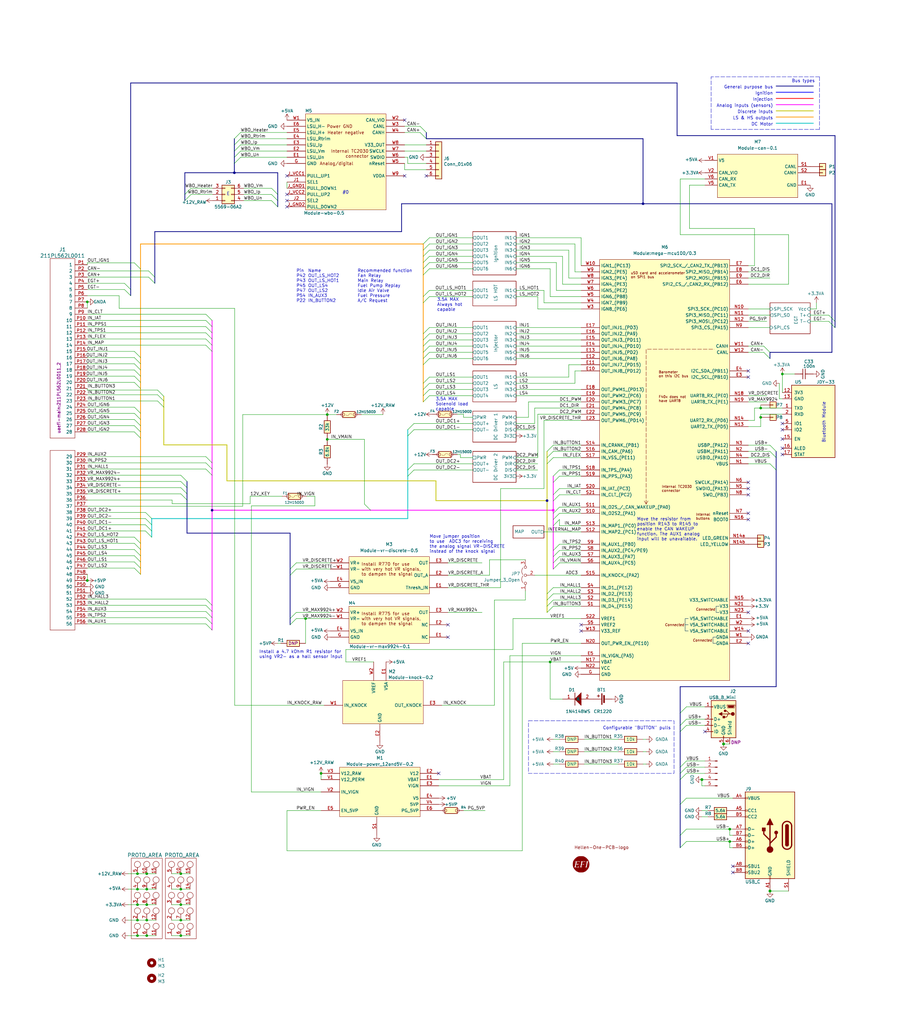
<source format=kicad_sch>
(kicad_sch (version 20230121) (generator eeschema)
  (paper "User" 370.002 419.989)
  (title_block (title "UAEFI") (date "2024-03-27") (rev "C") (company "rusEFI.com") (comment 1 "https://rusefi.com/s/uaefi"))
  (junction (at 224.409 205.359))
  (junction (at 74.168 364.744))
  (junction (at 74.168 371.094))
  (junction (at 74.168 377.444))
  (junction (at 74.168 358.394))
  (junction (at 225.679 271.526))
  (junction (at 35.814 238.125))
  (junction (at 56.388 358.394))
  (junction (at 35.814 123.825))
  (junction (at 299.339 340.106))
  (junction (at 296.799 305.181) (diameter 1.016))
  (junction (at 134.239 180.213))
  (junction (at 60.198 371.094))
  (junction (at 86.995 209.296))
  (junction (at 96.139 70.866))
  (junction (at 315.849 365.506) (diameter 1.016))
  (junction (at 60.198 377.444))
  (junction (at 60.198 358.394))
  (junction (at 56.388 377.444))
  (junction (at 287.909 319.786) (diameter 1.016))
  (junction (at 320.929 153.416))
  (junction (at 125.349 253.746))
  (junction (at 226.949 209.296) (color 255 0 255 1))
  (junction (at 263.779 83.566))
  (junction (at 60.198 364.744))
  (junction (at 299.339 345.186))
  (junction (at 74.168 383.794))
  (junction (at 134.239 170.053))
  (junction (at 60.198 383.794))
  (junction (at 131.699 317.246))
  (junction (at 312.039 167.386))
  (junction (at 56.388 371.094))
  (junction (at 56.388 364.744))
  (junction (at 312.039 171.196))
  (junction (at 56.388 383.794))
  (no_connect (at 183.769 256.286))
  (no_connect (at 165.989 49.276))
  (no_connect (at 320.929 186.436))
  (no_connect (at 300.609 357.886))
  (no_connect (at 183.769 261.366))
  (no_connect (at 320.929 183.896))
  (no_connect (at 300.609 355.346))
  (no_connect (at 306.959 197.866))
  (no_connect (at 306.959 202.946))
  (no_connect (at 306.959 263.906))
  (no_connect (at 117.729 79.756))
  (no_connect (at 320.929 176.276))
  (no_connect (at 117.729 84.836))
  (no_connect (at 174.879 72.136))
  (no_connect (at 117.729 72.136))
  (no_connect (at 306.959 213.106))
  (no_connect (at 306.959 200.406))
  (no_connect (at 179.959 317.246))
  (no_connect (at 306.959 251.206))
  (no_connect (at 117.729 82.296))
  (no_connect (at 320.929 173.736))
  (no_connect (at 289.179 300.101))
  (no_connect (at 165.989 72.136))
  (no_connect (at 306.959 258.826))
  (no_connect (at 306.959 152.146))
  (no_connect (at 306.959 154.686))
  (no_connect (at 238.379 256.286))
  (no_connect (at 320.929 180.086))
  (no_connect (at 238.379 258.826))
  (no_connect (at 306.959 210.566))
  (bus_entry (at 64.643 160.02) (size 2.54 2.54))
  (bus_entry (at 229.489 192.786) (size -2.54 2.54))
  (bus_entry (at 172.339 51.816) (size 2.54 2.54))
  (bus_entry (at 59.69 212.725) (size 2.54 2.54))
  (bus_entry (at 313.309 141.986) (size 2.54 2.54))
  (bus_entry (at 55.118 222.885) (size 2.54 2.54))
  (bus_entry (at 176.149 162.306) (size -2.54 2.54))
  (bus_entry (at 84.455 250.825) (size 2.54 2.54))
  (bus_entry (at 98.679 54.356) (size -2.54 2.54))
  (bus_entry (at 281.559 340.106) (size -2.54 2.54) (stroke (width 0.1524)))
  (bus_entry (at 55.118 156.845) (size 2.54 2.54))
  (bus_entry (at 60.96 113.665) (size 2.54 2.54))
  (bus_entry (at 315.849 182.626) (size 2.54 2.54) (stroke (width 0.1524)))
  (bus_entry (at 226.949 187.706) (size -2.54 2.54))
  (bus_entry (at 172.339 54.356) (size 2.54 2.54))
  (bus_entry (at 229.489 202.946) (size -2.54 2.54))
  (bus_entry (at 281.559 314.706) (size -2.54 2.54))
  (bus_entry (at 55.118 167.005) (size 2.54 2.54))
  (bus_entry (at 176.149 147.066) (size -2.54 2.54))
  (bus_entry (at 169.799 192.786) (size -2.54 2.54))
  (bus_entry (at 51.054 116.205) (size 2.54 2.54))
  (bus_entry (at 226.949 246.126) (size -2.54 2.54))
  (bus_entry (at 55.118 177.165) (size 2.54 2.54))
  (bus_entry (at 59.69 217.805) (size 2.54 2.54))
  (bus_entry (at 226.949 243.586) (size -2.54 2.54))
  (bus_entry (at 281.559 312.166) (size -2.54 2.54))
  (bus_entry (at 84.455 139.065) (size 2.54 2.54))
  (bus_entry (at 176.149 157.226) (size -2.54 2.54))
  (bus_entry (at 55.118 233.045) (size 2.54 2.54))
  (bus_entry (at 84.455 255.905) (size 2.54 2.54))
  (bus_entry (at 74.168 202.565) (size 2.54 2.54))
  (bus_entry (at 98.679 59.436) (size -2.54 2.54))
  (bus_entry (at 229.489 210.566) (size -2.54 2.54))
  (bus_entry (at 176.149 141.986) (size -2.54 2.54))
  (bus_entry (at 169.799 190.246) (size -2.54 2.54))
  (bus_entry (at 229.489 213.106) (size -2.54 2.54))
  (bus_entry (at 229.489 225.806) (size -2.54 2.54))
  (bus_entry (at 74.168 194.945) (size 2.54 2.54))
  (bus_entry (at 84.455 187.325) (size 2.54 2.54))
  (bus_entry (at 339.979 131.826) (size 2.54 2.54))
  (bus_entry (at 176.149 107.696) (size -2.54 2.54))
  (bus_entry (at 229.489 200.406) (size -2.54 2.54))
  (bus_entry (at 55.118 172.085) (size 2.54 2.54))
  (bus_entry (at 226.949 248.666) (size -2.54 2.54))
  (bus_entry (at 176.149 102.616) (size -2.54 2.54))
  (bus_entry (at 176.149 100.076) (size -2.54 2.54))
  (bus_entry (at 98.679 56.896) (size -2.54 2.54))
  (bus_entry (at 84.455 248.285) (size 2.54 2.54))
  (bus_entry (at 84.455 128.905) (size 2.54 2.54))
  (bus_entry (at 84.455 136.525) (size 2.54 2.54))
  (bus_entry (at 176.149 144.526) (size -2.54 2.54))
  (bus_entry (at 55.118 225.425) (size 2.54 2.54))
  (bus_entry (at 176.149 119.126) (size -2.54 2.54))
  (bus_entry (at 121.539 253.746) (size -2.54 2.54))
  (bus_entry (at 121.539 233.426) (size -2.54 2.54))
  (bus_entry (at 315.849 190.246) (size 2.54 2.54) (stroke (width 0.1524)))
  (bus_entry (at 84.455 189.865) (size 2.54 2.54))
  (bus_entry (at 55.118 146.685) (size 2.54 2.54))
  (bus_entry (at 111.379 82.296) (size 2.54 2.54))
  (bus_entry (at 55.118 154.305) (size 2.54 2.54))
  (bus_entry (at 281.559 297.561) (size -2.54 2.54))
  (bus_entry (at 84.455 131.445) (size 2.54 2.54))
  (bus_entry (at 149.479 206.756) (size 2.54 2.54))
  (bus_entry (at 281.559 317.246) (size -2.54 2.54))
  (bus_entry (at 64.643 161.925) (size 2.54 2.54))
  (bus_entry (at 84.455 192.405) (size 2.54 2.54))
  (bus_entry (at 84.455 141.605) (size 2.54 2.54))
  (bus_entry (at 339.979 129.286) (size 2.54 2.54))
  (bus_entry (at 226.949 241.046) (size -2.54 2.54))
  (bus_entry (at 64.643 164.465) (size 2.54 2.54))
  (bus_entry (at 169.799 173.736) (size -2.54 2.54))
  (bus_entry (at 315.849 185.166) (size 2.54 2.54) (stroke (width 0.1524)))
  (bus_entry (at 59.69 210.185) (size 2.54 2.54))
  (bus_entry (at 176.149 134.366) (size -2.54 2.54))
  (bus_entry (at 226.949 185.166) (size -2.54 2.54))
  (bus_entry (at 176.149 159.766) (size -2.54 2.54))
  (bus_entry (at 55.118 174.625) (size 2.54 2.54))
  (bus_entry (at 176.149 121.666) (size -2.54 2.54))
  (bus_entry (at 60.96 111.125) (size 2.54 2.54))
  (bus_entry (at 176.149 154.686) (size -2.54 2.54))
  (bus_entry (at 176.149 110.236) (size -2.54 2.54))
  (bus_entry (at 59.69 215.265) (size 2.54 2.54))
  (bus_entry (at 84.455 253.365) (size 2.54 2.54))
  (bus_entry (at 55.118 144.145) (size 2.54 2.54))
  (bus_entry (at 229.489 223.266) (size -2.54 2.54))
  (bus_entry (at 176.149 97.536) (size -2.54 2.54))
  (bus_entry (at 229.489 230.886) (size -2.54 2.54))
  (bus_entry (at 111.379 77.216) (size 2.54 2.54))
  (bus_entry (at 281.559 345.186) (size -2.54 2.54) (stroke (width 0.1524)))
  (bus_entry (at 84.455 133.985) (size 2.54 2.54))
  (bus_entry (at 55.118 169.545) (size 2.54 2.54))
  (bus_entry (at 176.149 136.906) (size -2.54 2.54))
  (bus_entry (at 78.359 79.756) (size -2.54 2.54))
  (bus_entry (at 229.489 208.026) (size -2.54 2.54))
  (bus_entry (at 98.679 61.976) (size -2.54 2.54))
  (bus_entry (at 281.559 327.406) (size -2.54 2.54) (stroke (width 0.1524)))
  (bus_entry (at 55.118 220.345) (size 2.54 2.54))
  (bus_entry (at 84.455 245.745) (size 2.54 2.54))
  (bus_entry (at 229.489 228.346) (size -2.54 2.54))
  (bus_entry (at 226.949 182.626) (size -2.54 2.54))
  (bus_entry (at 121.539 230.886) (size -2.54 2.54))
  (bus_entry (at 74.168 200.025) (size 2.54 2.54))
  (bus_entry (at 229.489 195.326) (size -2.54 2.54))
  (bus_entry (at 98.679 64.516) (size -2.54 2.54))
  (bus_entry (at 55.118 151.765) (size 2.54 2.54))
  (bus_entry (at 176.149 105.156) (size -2.54 2.54))
  (bus_entry (at 55.118 107.823) (size 2.54 2.54))
  (bus_entry (at 281.559 289.941) (size -2.54 2.54))
  (bus_entry (at 281.559 295.021) (size -2.54 2.54))
  (bus_entry (at 313.309 144.526) (size 2.54 2.54))
  (bus_entry (at 121.539 251.206) (size -2.54 2.54))
  (bus_entry (at 176.149 139.446) (size -2.54 2.54))
  (bus_entry (at 111.379 79.756) (size 2.54 2.54))
  (bus_entry (at 74.168 197.485) (size 2.54 2.54))
  (bus_entry (at 78.359 77.216) (size -2.54 2.54))
  (bus_entry (at 55.118 227.965) (size 2.54 2.54))
  (bus_entry (at 55.118 230.505) (size 2.54 2.54))
  (bus_entry (at 51.054 118.745) (size 2.54 2.54))
  (bus_entry (at 55.118 149.225) (size 2.54 2.54))
  (bus_entry (at 169.799 176.276) (size -2.54 2.54))
  (wire (pts (xy 215.519 242.316) (xy 215.519 246.126)))
  (wire (pts (xy 300.609 347.726) (xy 299.339 347.726)))
  (wire (pts (xy 263.779 303.276) (xy 265.049 303.276)))
  (bus (pts (xy 279.019 319.786) (xy 279.019 329.946)))
  (wire (pts (xy 287.909 319.786) (xy 289.179 319.786)))
  (bus (pts (xy 62.23 212.725) (xy 167.259 212.725)) (stroke (width 0) (color 0 194 194 1)))
  (wire (pts (xy 263.779 308.356) (xy 265.049 308.356)))
  (bus (pts (xy 167.259 176.276) (xy 167.259 178.816)) (stroke (width 0) (color 0 194 194 1)))
  (wire (pts (xy 87.249 79.756) (xy 78.359 79.756)))
  (wire (pts (xy 211.709 154.686) (xy 233.299 154.686)))
  (wire (pts (xy 35.814 194.945) (xy 74.168 194.945)))
  (wire (pts (xy 211.709 162.306) (xy 238.379 162.306)))
  (wire (pts (xy 98.679 56.896) (xy 117.729 56.896)))
  (wire (pts (xy 169.799 173.736) (xy 193.929 173.736)))
  (bus (pts (xy 57.658 154.305) (xy 57.658 156.845)) (stroke (width 0) (color 255 153 0 1)))
  (wire (pts (xy 99.949 82.296) (xy 111.379 82.296)))
  (wire (pts (xy 52.578 377.444) (xy 56.388 377.444)))
  (wire (pts (xy 141.859 271.526) (xy 153.289 271.526)))
  (bus (pts (xy 96.139 70.866) (xy 75.819 70.866)))
  (wire (pts (xy 56.388 371.094) (xy 60.198 371.094)))
  (wire (pts (xy 60.198 377.444) (xy 64.008 377.444)))
  (wire (pts (xy 211.709 134.366) (xy 238.379 134.366)))
  (wire (pts (xy 211.709 187.706) (xy 220.599 187.706)))
  (wire (pts (xy 35.814 230.505) (xy 55.118 230.505)))
  (wire (pts (xy 211.709 144.526) (xy 238.379 144.526)))
  (wire (pts (xy 99.949 77.216) (xy 111.379 77.216)))
  (wire (pts (xy 319.659 163.576) (xy 320.929 163.576)))
  (bus (pts (xy 333.629 40.386) (xy 318.389 40.386)) (stroke (width 0.3048) (color 255 0 0 1)))
  (bus (pts (xy 277.749 34.036) (xy 277.749 55.626)))
  (wire (pts (xy 190.119 169.926) (xy 190.119 171.196)))
  (wire (pts (xy 211.709 102.616) (xy 233.299 102.616)))
  (wire (pts (xy 334.899 126.746) (xy 334.899 124.206)))
  (wire (pts (xy 48.895 121.285) (xy 48.895 126.492)))
  (wire (pts (xy 165.989 59.436) (xy 174.879 59.436)))
  (wire (pts (xy 35.814 164.465) (xy 64.643 164.465)))
  (bus (pts (xy 279.019 292.481) (xy 279.019 297.561)))
  (wire (pts (xy 35.814 210.185) (xy 59.69 210.185)))
  (wire (pts (xy 74.168 358.394) (xy 77.978 358.394)))
  (bus (pts (xy 167.259 192.786) (xy 167.259 195.326)) (stroke (width 0) (color 0 194 194 1)))
  (bus (pts (xy 76.708 205.105) (xy 76.708 218.694)))
  (wire (pts (xy 181.229 289.306) (xy 202.819 289.306)))
  (bus (pts (xy 118.999 256.286) (xy 118.999 253.746)))
  (wire (pts (xy 35.814 255.905) (xy 84.455 255.905)))
  (wire (pts (xy 103.124 207.518) (xy 103.124 324.866)))
  (bus (pts (xy 333.629 48.006) (xy 318.389 48.006)) (stroke (width 0.3048) (color 255 153 0 1)))
  (wire (pts (xy 35.814 192.405) (xy 84.455 192.405)))
  (wire (pts (xy 211.709 141.986) (xy 238.379 141.986)))
  (wire (pts (xy 300.609 340.106) (xy 299.339 340.106)))
  (wire (pts (xy 223.139 124.206) (xy 238.379 124.206)))
  (bus (pts (xy 279.019 317.246) (xy 279.019 319.786)))
  (wire (pts (xy 238.379 97.536) (xy 238.379 108.966)))
  (bus (pts (xy 224.409 185.166) (xy 224.409 187.706)) (stroke (width 0) (color 194 194 0 1)))
  (wire (pts (xy 220.599 121.666) (xy 211.709 121.666)))
  (bus (pts (xy 279.019 342.646) (xy 279.019 347.726)))
  (wire (pts (xy 211.709 110.236) (xy 225.679 110.236)))
  (bus (pts (xy 167.259 178.816) (xy 167.259 192.786)) (stroke (width 0) (color 0 194 194 1)))
  (wire (pts (xy 35.814 197.485) (xy 74.168 197.485)))
  (wire (pts (xy 176.149 97.536) (xy 193.929 97.536)))
  (wire (pts (xy 214.249 348.996) (xy 214.249 263.906)))
  (bus (pts (xy 57.658 177.165) (xy 57.658 179.705)) (stroke (width 0) (color 255 153 0 1)))
  (wire (pts (xy 56.388 383.794) (xy 60.198 383.794)))
  (wire (pts (xy 239.649 308.356) (xy 253.619 308.356)))
  (wire (pts (xy 35.814 121.285) (xy 48.895 121.285)))
  (wire (pts (xy 215.519 229.616) (xy 200.787 229.616)))
  (bus (pts (xy 173.609 159.766) (xy 173.609 162.306)) (stroke (width 0) (color 255 153 0 1)))
  (bus (pts (xy 226.949 225.806) (xy 226.949 228.346)) (stroke (width 0) (color 255 0 255 1)))
  (wire (pts (xy 211.709 159.766) (xy 238.379 159.766)))
  (wire (pts (xy 141.859 266.446) (xy 141.859 271.526)))
  (bus (pts (xy 224.409 205.359) (xy 178.816 205.359)) (stroke (width 0) (color 194 194 0 1)))
  (wire (pts (xy 98.679 64.516) (xy 117.729 64.516)))
  (bus (pts (xy 118.999 218.694) (xy 76.708 218.694)))
  (wire (pts (xy 172.339 54.356) (xy 165.989 54.356)))
  (bus (pts (xy 75.819 70.866) (xy 75.819 79.756)))
  (wire (pts (xy 313.309 141.986) (xy 306.959 141.986)))
  (wire (pts (xy 225.679 121.666) (xy 238.379 121.666)))
  (bus (pts (xy 113.919 70.866) (xy 96.139 70.866)))
  (wire (pts (xy 206.629 271.526) (xy 225.679 271.526)))
  (bus (pts (xy 63.5 113.665) (xy 63.5 116.205)))
  (wire (pts (xy 35.814 144.145) (xy 55.118 144.145)))
  (wire (pts (xy 332.359 131.826) (xy 339.979 131.826)))
  (wire (pts (xy 35.814 116.205) (xy 51.054 116.205)))
  (wire (pts (xy 306.959 114.046) (xy 315.849 114.046)))
  (wire (pts (xy 121.539 230.886) (xy 135.509 230.886)))
  (polyline (pts (xy 336.169 31.496) (xy 291.719 31.496)) (stroke (width 0) (type dash)))
  (wire (pts (xy 190.119 171.196) (xy 193.929 171.196)))
  (bus (pts (xy 57.658 146.685) (xy 57.658 149.225)) (stroke (width 0) (color 255 153 0 1)))
  (bus (pts (xy 86.995 248.285) (xy 86.995 250.825)) (stroke (width 0) (color 255 0 255 1)))
  (bus (pts (xy 93.091 182.499) (xy 67.183 182.499)) (stroke (width 0) (color 194 194 0 1)))
  (bus (pts (xy 57.658 156.845) (xy 57.658 159.385)) (stroke (width 0) (color 255 153 0 1)))
  (wire (pts (xy 229.489 192.786) (xy 238.379 192.786)))
  (wire (pts (xy 176.149 159.766) (xy 193.929 159.766)))
  (wire (pts (xy 169.799 190.246) (xy 193.929 190.246)))
  (wire (pts (xy 35.814 161.925) (xy 64.643 161.925)))
  (wire (pts (xy 289.179 312.166) (xy 281.559 312.166)))
  (wire (pts (xy 205.359 200.406) (xy 223.139 200.406)))
  (bus (pts (xy 63.5 94.996) (xy 164.719 94.996)))
  (bus (pts (xy 86.995 144.145) (xy 86.995 189.865)) (stroke (width 0) (color 255 0 255 1)))
  (wire (pts (xy 309.499 167.386) (xy 309.499 172.466)))
  (wire (pts (xy 35.814 205.105) (xy 70.612 205.105)))
  (bus (pts (xy 57.658 227.965) (xy 57.658 230.505)) (stroke (width 0) (color 255 153 0 1)))
  (bus (pts (xy 86.995 209.296) (xy 86.995 248.285)) (stroke (width 0) (color 255 0 255 1)))
  (wire (pts (xy 312.039 166.116) (xy 312.039 167.386)))
  (wire (pts (xy 300.609 342.646) (xy 299.339 342.646)))
  (wire (pts (xy 176.149 107.696) (xy 193.929 107.696)))
  (wire (pts (xy 35.814 131.445) (xy 84.455 131.445)))
  (wire (pts (xy 226.949 182.626) (xy 238.379 182.626)))
  (bus (pts (xy 173.609 157.226) (xy 173.609 159.766)) (stroke (width 0) (color 255 153 0 1)))
  (wire (pts (xy 35.814 207.645) (xy 99.568 207.645)))
  (wire (pts (xy 312.039 169.926) (xy 312.039 171.196)))
  (wire (pts (xy 176.149 105.156) (xy 193.929 105.156)))
  (bus (pts (xy 263.779 83.566) (xy 164.719 83.566)))
  (wire (pts (xy 279.019 96.266) (xy 279.019 73.406)))
  (wire (pts (xy 52.578 371.094) (xy 56.388 371.094)))
  (wire (pts (xy 70.358 364.744) (xy 74.168 364.744)))
  (bus (pts (xy 173.609 100.076) (xy 173.609 102.616)) (stroke (width 0) (color 255 153 0 1)))
  (wire (pts (xy 309.499 108.966) (xy 309.499 93.726)))
  (wire (pts (xy 35.814 118.745) (xy 51.054 118.745)))
  (wire (pts (xy 134.239 170.053) (xy 138.049 170.053)))
  (bus (pts (xy 57.658 149.225) (xy 57.658 151.765)) (stroke (width 0) (color 255 153 0 1)))
  (wire (pts (xy 70.612 205.105) (xy 70.612 206.629)))
  (bus (pts (xy 224.409 248.666) (xy 224.409 251.206)) (stroke (width 0) (color 194 194 0 1)))
  (wire (pts (xy 35.814 222.885) (xy 55.118 222.885)))
  (wire (pts (xy 229.489 225.806) (xy 238.379 225.806)))
  (wire (pts (xy 35.814 238.125) (xy 35.814 235.585)))
  (wire (pts (xy 187.579 186.436) (xy 188.849 186.436)))
  (wire (pts (xy 309.499 167.386) (xy 312.039 167.386)))
  (wire (pts (xy 230.759 116.586) (xy 238.379 116.586)))
  (bus (pts (xy 173.609 105.156) (xy 173.609 107.696)) (stroke (width 0) (color 255 153 0 1)))
  (bus (pts (xy 118.999 235.966) (xy 118.999 253.746)))
  (wire (pts (xy 306.959 126.746) (xy 315.849 126.746)))
  (bus (pts (xy 173.609 107.696) (xy 173.609 110.236)) (stroke (width 0) (color 255 153 0 1)))
  (bus (pts (xy 318.389 281.686) (xy 318.389 192.786)))
  (bus (pts (xy 67.183 167.005) (xy 67.183 182.499)) (stroke (width 0) (color 194 194 0 1)))
  (bus (pts (xy 96.139 64.516) (xy 96.139 67.056)))
  (polyline (pts (xy 336.169 53.086) (xy 291.719 53.086)) (stroke (width 0) (type dash)))
  (wire (pts (xy 306.959 185.166) (xy 315.849 185.166)))
  (wire (pts (xy 211.709 139.446) (xy 238.379 139.446)))
  (bus (pts (xy 279.019 281.686) (xy 318.389 281.686)))
  (wire (pts (xy 312.039 171.196) (xy 312.039 175.006)))
  (wire (pts (xy 35.814 172.085) (xy 55.118 172.085)))
  (bus (pts (xy 76.708 197.485) (xy 76.708 200.025)))
  (bus (pts (xy 57.658 174.625) (xy 57.658 177.165)) (stroke (width 0) (color 255 153 0 1)))
  (bus (pts (xy 86.995 139.065) (xy 86.995 141.605)) (stroke (width 0) (color 255 0 255 1)))
  (wire (pts (xy 289.179 322.326) (xy 287.909 322.326)))
  (wire (pts (xy 306.959 111.506) (xy 315.849 111.506)))
  (wire (pts (xy 129.159 207.518) (xy 129.159 203.581)))
  (wire (pts (xy 70.358 358.394) (xy 74.168 358.394)))
  (bus (pts (xy 173.609 121.666) (xy 173.609 124.206)) (stroke (width 0) (color 255 153 0 1)))
  (wire (pts (xy 306.959 175.006) (xy 312.039 175.006)))
  (wire (pts (xy 35.814 123.825) (xy 35.814 126.365)))
  (bus (pts (xy 226.949 213.106) (xy 226.949 215.646)) (stroke (width 0) (color 255 0 255 1)))
  (bus (pts (xy 173.609 141.986) (xy 173.609 144.526)) (stroke (width 0) (color 255 153 0 1)))
  (wire (pts (xy 235.839 152.146) (xy 238.379 152.146)))
  (wire (pts (xy 134.239 180.213) (xy 149.479 180.213)))
  (wire (pts (xy 313.309 144.526) (xy 306.959 144.526)))
  (wire (pts (xy 35.814 187.325) (xy 84.455 187.325)))
  (wire (pts (xy 35.814 167.005) (xy 55.118 167.005)))
  (wire (pts (xy 121.539 251.206) (xy 135.509 251.206)))
  (bus (pts (xy 333.629 50.546) (xy 318.389 50.546)) (stroke (width 0.3048) (color 0 194 194 1)))
  (wire (pts (xy 314.579 131.826) (xy 306.959 131.826)))
  (wire (pts (xy 102.616 203.581) (xy 102.616 206.629)))
  (wire (pts (xy 121.539 233.426) (xy 135.509 233.426)))
  (bus (pts (xy 341.249 83.566) (xy 263.779 83.566)))
  (bus (pts (xy 53.594 34.036) (xy 277.749 34.036)))
  (wire (pts (xy 226.949 243.586) (xy 238.379 243.586)))
  (bus (pts (xy 226.949 197.866) (xy 226.949 202.946)) (stroke (width 0) (color 255 0 255 1)))
  (bus (pts (xy 333.629 35.306) (xy 318.389 35.306)))
  (bus (pts (xy 152.019 209.296) (xy 226.949 209.296)) (stroke (width 0) (color 255 0 255 1)))
  (wire (pts (xy 165.989 64.516) (xy 167.259 64.516)))
  (wire (pts (xy 35.814 174.625) (xy 55.118 174.625)))
  (bus (pts (xy 57.658 230.505) (xy 57.658 233.045)) (stroke (width 0) (color 255 153 0 1)))
  (wire (pts (xy 229.489 215.646) (xy 229.489 213.106)))
  (wire (pts (xy 176.149 121.666) (xy 193.929 121.666)))
  (wire (pts (xy 56.388 377.444) (xy 60.198 377.444)))
  (polyline (pts (xy 291.719 53.086) (xy 291.719 31.496)) (stroke (width 0) (type dash)))
  (wire (pts (xy 56.388 364.744) (xy 60.198 364.744)))
  (wire (pts (xy 228.219 107.696) (xy 228.219 119.126)))
  (bus (pts (xy 113.919 70.866) (xy 113.919 79.756)))
  (wire (pts (xy 55.118 146.685) (xy 35.814 146.685)))
  (wire (pts (xy 52.578 358.394) (xy 56.388 358.394)))
  (bus (pts (xy 86.995 250.825) (xy 86.995 253.365)) (stroke (width 0) (color 255 0 255 1)))
  (bus (pts (xy 226.949 210.566) (xy 226.949 213.106)) (stroke (width 0) (color 255 0 255 1)))
  (wire (pts (xy 219.329 167.386) (xy 238.379 167.386)))
  (wire (pts (xy 102.616 203.581) (xy 115.697 203.581)))
  (wire (pts (xy 211.709 136.906) (xy 238.379 136.906)))
  (bus (pts (xy 226.949 209.296) (xy 226.949 210.566)) (stroke (width 0) (color 255 0 255 1)))
  (wire (pts (xy 169.799 192.786) (xy 193.929 192.786)))
  (wire (pts (xy 99.568 207.645) (xy 99.568 170.053)))
  (wire (pts (xy 55.118 107.823) (xy 35.814 107.823)))
  (wire (pts (xy 176.149 141.986) (xy 193.929 141.986)))
  (wire (pts (xy 35.814 133.985) (xy 84.455 133.985)))
  (wire (pts (xy 35.814 215.265) (xy 59.69 215.265)))
  (bus (pts (xy 57.658 233.045) (xy 57.658 235.585)) (stroke (width 0) (color 255 153 0 1)))
  (bus (pts (xy 57.658 225.425) (xy 57.658 227.965)) (stroke (width 0) (color 255 153 0 1)))
  (bus (pts (xy 318.389 185.166) (xy 318.389 187.706)))
  (wire (pts (xy 187.579 169.926) (xy 190.119 169.926)))
  (wire (pts (xy 233.299 149.606) (xy 238.379 149.606)))
  (wire (pts (xy 70.358 377.444) (xy 74.168 377.444)))
  (bus (pts (xy 224.409 190.246) (xy 224.409 205.359)) (stroke (width 0) (color 194 194 0 1)))
  (wire (pts (xy 332.359 129.286) (xy 339.979 129.286)))
  (wire (pts (xy 219.329 235.966) (xy 238.379 235.966)))
  (wire (pts (xy 287.909 332.486) (xy 290.449 332.486)))
  (wire (pts (xy 299.339 305.181) (xy 296.799 305.181)))
  (wire (pts (xy 281.559 327.406) (xy 300.609 327.406)))
  (wire (pts (xy 60.198 383.794) (xy 64.008 383.794)))
  (wire (pts (xy 323.469 116.586) (xy 323.469 96.266)))
  (bus (pts (xy 53.594 34.036) (xy 53.594 118.745)))
  (wire (pts (xy 35.814 227.965) (xy 55.118 227.965)))
  (wire (pts (xy 306.959 116.586) (xy 323.469 116.586)))
  (wire (pts (xy 323.469 365.506) (xy 315.849 365.506)))
  (bus (pts (xy 62.23 215.265) (xy 62.23 217.805)) (stroke (width 0) (color 0 194 194 1)))
  (wire (pts (xy 87.249 77.216) (xy 78.359 77.216)))
  (wire (pts (xy 176.149 100.076) (xy 193.929 100.076)))
  (bus (pts (xy 164.719 83.566) (xy 164.719 94.996)))
  (wire (pts (xy 70.358 383.794) (xy 74.168 383.794)))
  (wire (pts (xy 35.814 151.765) (xy 55.118 151.765)))
  (wire (pts (xy 220.599 126.746) (xy 220.599 121.666)))
  (wire (pts (xy 289.179 295.021) (xy 281.559 295.021)))
  (wire (pts (xy 35.814 253.365) (xy 84.455 253.365)))
  (wire (pts (xy 183.769 241.046) (xy 205.359 241.046)))
  (wire (pts (xy 103.124 207.518) (xy 129.159 207.518)))
  (bus (pts (xy 57.658 179.705) (xy 57.658 222.885)) (stroke (width 0) (color 255 153 0 1)))
  (wire (pts (xy 117.729 332.486) (xy 131.699 332.486)))
  (wire (pts (xy 306.959 187.706) (xy 315.849 187.706)))
  (wire (pts (xy 230.759 105.156) (xy 230.759 116.586)))
  (wire (pts (xy 35.814 202.565) (xy 74.168 202.565)))
  (wire (pts (xy 216.789 164.846) (xy 238.379 164.846)))
  (bus (pts (xy 226.949 215.646) (xy 226.949 225.806)) (stroke (width 0) (color 255 0 255 1)))
  (wire (pts (xy 326.009 153.416) (xy 320.929 153.416)))
  (wire (pts (xy 211.709 100.076) (xy 235.839 100.076)))
  (wire (pts (xy 176.149 157.226) (xy 193.929 157.226)))
  (bus (pts (xy 226.949 195.326) (xy 226.949 197.866)) (stroke (width 0) (color 255 0 255 1)))
  (wire (pts (xy 200.787 229.616) (xy 200.787 235.966)))
  (wire (pts (xy 52.578 364.744) (xy 56.388 364.744)))
  (wire (pts (xy 202.819 246.126) (xy 215.519 246.126)))
  (wire (pts (xy 96.266 289.306) (xy 132.969 289.306)))
  (wire (pts (xy 176.149 139.446) (xy 193.929 139.446)))
  (wire (pts (xy 214.249 263.906) (xy 238.379 263.906)))
  (bus (pts (xy 53.594 118.745) (xy 53.594 121.285)))
  (wire (pts (xy 223.139 172.466) (xy 238.379 172.466)))
  (wire (pts (xy 220.599 187.706) (xy 220.599 169.926)))
  (wire (pts (xy 205.359 241.046) (xy 205.359 200.406)))
  (wire (pts (xy 223.139 218.186) (xy 238.379 218.186)))
  (bus (pts (xy 318.389 187.706) (xy 318.389 192.786)))
  (wire (pts (xy 229.489 208.026) (xy 238.379 208.026)))
  (wire (pts (xy 287.909 335.026) (xy 290.449 335.026)))
  (wire (pts (xy 35.814 233.045) (xy 55.118 233.045)))
  (bus (pts (xy 86.995 141.605) (xy 86.995 144.145)) (stroke (width 0) (color 255 0 255 1)))
  (wire (pts (xy 226.949 308.356) (xy 229.489 308.356)))
  (bus (pts (xy 86.995 189.865) (xy 86.995 192.405)) (stroke (width 0) (color 255 0 255 1)))
  (bus (pts (xy 86.995 209.296) (xy 152.019 209.296)) (stroke (width 0) (color 255 0 255 1)))
  (wire (pts (xy 211.709 190.246) (xy 220.599 190.246)))
  (wire (pts (xy 35.814 159.385) (xy 35.814 160.02)))
  (wire (pts (xy 70.612 206.629) (xy 102.616 206.629)))
  (wire (pts (xy 35.814 169.545) (xy 55.118 169.545)))
  (wire (pts (xy 98.679 61.976) (xy 117.729 61.976)))
  (wire (pts (xy 117.729 348.996) (xy 214.249 348.996)))
  (wire (pts (xy 35.814 160.02) (xy 64.643 160.02)))
  (bus (pts (xy 178.816 205.359) (xy 178.816 197.231)) (stroke (width 0) (color 194 194 0 1)))
  (wire (pts (xy 35.814 225.425) (xy 55.118 225.425)))
  (bus (pts (xy 279.019 300.101) (xy 279.019 314.706)))
  (wire (pts (xy 56.388 358.394) (xy 60.198 358.394)))
  (wire (pts (xy 190.119 332.486) (xy 199.009 332.486)))
  (wire (pts (xy 60.198 371.094) (xy 64.008 371.094)))
  (bus (pts (xy 57.658 159.385) (xy 57.658 169.545)) (stroke (width 0) (color 255 153 0 1)))
  (bus (pts (xy 342.519 55.626) (xy 342.519 131.826)))
  (bus (pts (xy 173.609 139.446) (xy 173.609 141.986)) (stroke (width 0) (color 255 153 0 1)))
  (wire (pts (xy 172.339 51.816) (xy 165.989 51.816)))
  (wire (pts (xy 211.709 119.126) (xy 223.139 119.126)))
  (bus (pts (xy 67.183 162.56) (xy 67.183 164.465)) (stroke (width 0) (color 194 194 0 1)))
  (bus (pts (xy 57.658 100.076) (xy 173.609 100.076)) (stroke (width 0) (color 255 153 0 1)))
  (wire (pts (xy 188.849 187.706) (xy 193.929 187.706)))
  (wire (pts (xy 35.814 113.665) (xy 60.96 113.665)))
  (bus (pts (xy 86.995 192.405) (xy 86.995 194.945)) (stroke (width 0) (color 255 0 255 1)))
  (wire (pts (xy 211.709 157.226) (xy 235.839 157.226)))
  (wire (pts (xy 233.299 114.046) (xy 238.379 114.046)))
  (wire (pts (xy 176.149 110.236) (xy 193.929 110.236)))
  (bus (pts (xy 173.609 102.616) (xy 173.609 105.156)) (stroke (width 0) (color 255 153 0 1)))
  (bus (pts (xy 76.708 200.025) (xy 76.708 202.565)))
  (wire (pts (xy 176.149 154.686) (xy 193.929 154.686)))
  (wire (pts (xy 98.679 54.356) (xy 117.729 54.356)))
  (wire (pts (xy 289.179 317.246) (xy 281.559 317.246)))
  (bus (pts (xy 57.658 169.545) (xy 57.658 172.085)) (stroke (width 0) (color 255 153 0 1)))
  (bus (pts (xy 226.949 202.946) (xy 226.949 205.486)) (stroke (width 0) (color 255 0 255 1)))
  (wire (pts (xy 210.439 253.746) (xy 238.379 253.746)))
  (bus (pts (xy 93.091 197.231) (xy 93.091 182.499)) (stroke (width 0) (color 194 194 0 1)))
  (wire (pts (xy 279.019 73.406) (xy 289.179 73.406)))
  (bus (pts (xy 342.519 131.826) (xy 342.519 134.366)))
  (wire (pts (xy 320.929 153.416) (xy 320.929 161.036)))
  (wire (pts (xy 35.814 107.823) (xy 35.814 108.585)))
  (wire (pts (xy 209.169 268.986) (xy 238.379 268.986)))
  (polyline (pts (xy 336.169 31.496) (xy 336.169 53.086)) (stroke (width 0) (type dash)))
  (bus (pts (xy 96.139 61.976) (xy 96.139 64.516)))
  (wire (pts (xy 179.959 319.786) (xy 206.629 319.786)))
  (bus (pts (xy 113.919 79.756) (xy 113.919 82.296)))
  (wire (pts (xy 35.814 128.905) (xy 84.455 128.905)))
  (wire (pts (xy 306.959 134.366) (xy 315.849 134.366)))
  (wire (pts (xy 233.299 154.686) (xy 233.299 149.606)))
  (wire (pts (xy 282.829 93.726) (xy 282.829 75.946)))
  (bus (pts (xy 62.23 217.805) (xy 62.23 220.345)) (stroke (width 0) (color 0 194 194 1)))
  (bus (pts (xy 96.139 67.056) (xy 96.139 70.866)))
  (wire (pts (xy 35.814 200.025) (xy 74.168 200.025)))
  (wire (pts (xy 225.679 271.526) (xy 225.679 286.766)))
  (wire (pts (xy 309.499 93.726) (xy 282.829 93.726)))
  (wire (pts (xy 176.149 102.616) (xy 193.929 102.616)))
  (bus (pts (xy 277.749 55.626) (xy 342.519 55.626)))
  (wire (pts (xy 35.814 136.525) (xy 84.455 136.525)))
  (wire (pts (xy 99.949 79.756) (xy 111.379 79.756)))
  (wire (pts (xy 211.709 105.156) (xy 230.759 105.156)))
  (wire (pts (xy 229.489 200.406) (xy 238.379 200.406)))
  (wire (pts (xy 219.329 173.736) (xy 219.329 167.386)))
  (wire (pts (xy 209.169 322.326) (xy 209.169 268.986)))
  (wire (pts (xy 211.709 107.696) (xy 228.219 107.696)))
  (wire (pts (xy 299.339 342.646) (xy 299.339 340.106)))
  (wire (pts (xy 226.949 241.046) (xy 238.379 241.046)))
  (wire (pts (xy 211.709 171.196) (xy 216.789 171.196)))
  (wire (pts (xy 223.139 200.406) (xy 223.139 172.466)))
  (bus (pts (xy 173.609 136.906) (xy 173.609 139.446)) (stroke (width 0) (color 255 153 0 1)))
  (wire (pts (xy 323.469 96.266) (xy 279.019 96.266)))
  (bus (pts (xy 173.609 149.606) (xy 173.609 157.226)) (stroke (width 0) (color 255 153 0 1)))
  (bus (pts (xy 224.409 187.706) (xy 224.409 190.246)) (stroke (width 0) (color 194 194 0 1)))
  (wire (pts (xy 117.729 74.676) (xy 117.729 77.216)))
  (wire (pts (xy 309.499 172.466) (xy 306.959 172.466)))
  (wire (pts (xy 125.349 253.746) (xy 135.509 253.746)))
  (bus (pts (xy 333.629 37.846) (xy 318.389 37.846)) (stroke (width 0.3048) (color 0 0 255 1)))
  (wire (pts (xy 125.857 203.581) (xy 129.159 203.581)))
  (wire (pts (xy 165.989 61.976) (xy 174.879 61.976)))
  (wire (pts (xy 306.959 164.846) (xy 314.579 164.846)))
  (bus (pts (xy 315.849 147.066) (xy 315.849 144.526)))
  (wire (pts (xy 35.814 189.865) (xy 84.455 189.865)))
  (wire (pts (xy 229.489 223.266) (xy 238.379 223.266)))
  (bus (pts (xy 226.949 228.346) (xy 226.949 230.886)) (stroke (width 0) (color 255 0 255 1)))
  (wire (pts (xy 117.729 348.996) (xy 117.729 332.486)))
  (wire (pts (xy 306.959 190.246) (xy 315.849 190.246)))
  (wire (pts (xy 229.489 202.946) (xy 238.379 202.946)))
  (wire (pts (xy 299.339 340.106) (xy 281.559 340.106)))
  (bus (pts (xy 174.879 56.896) (xy 263.779 56.896)))
  (wire (pts (xy 289.179 314.706) (xy 281.559 314.706)))
  (wire (pts (xy 176.149 147.066) (xy 193.929 147.066)))
  (wire (pts (xy 211.709 97.536) (xy 238.379 97.536)))
  (wire (pts (xy 228.219 119.126) (xy 238.379 119.126)))
  (bus (pts (xy 76.708 202.565) (xy 76.708 205.105)))
  (bus (pts (xy 226.949 205.486) (xy 226.949 209.296)) (stroke (width 0) (color 255 0 255 1)))
  (bus (pts (xy 86.995 131.445) (xy 86.995 133.985)) (stroke (width 0) (color 255 0 255 1)))
  (wire (pts (xy 299.339 347.726) (xy 299.339 345.186)))
  (wire (pts (xy 238.379 126.746) (xy 220.599 126.746)))
  (wire (pts (xy 35.814 250.825) (xy 84.455 250.825)))
  (wire (pts (xy 299.339 345.186) (xy 281.559 345.186)))
  (wire (pts (xy 60.198 364.744) (xy 64.008 364.744)))
  (bus (pts (xy 167.259 195.326) (xy 167.259 212.725)) (stroke (width 0) (color 0 194 194 1)))
  (wire (pts (xy 35.814 217.805) (xy 59.69 217.805)))
  (bus (pts (xy 173.609 162.306) (xy 173.609 164.846)) (stroke (width 0) (color 255 153 0 1)))
  (wire (pts (xy 225.679 286.766) (xy 230.759 286.766)))
  (bus (pts (xy 57.658 172.085) (xy 57.658 174.625)) (stroke (width 0) (color 255 153 0 1)))
  (bus (pts (xy 86.995 253.365) (xy 86.995 255.905)) (stroke (width 0) (color 255 0 255 1)))
  (wire (pts (xy 206.629 319.786) (xy 206.629 271.526)))
  (bus (pts (xy 86.995 136.525) (xy 86.995 139.065)) (stroke (width 0) (color 255 0 255 1)))
  (bus (pts (xy 174.879 54.356) (xy 174.879 56.896)))
  (wire (pts (xy 35.814 111.125) (xy 60.96 111.125)))
  (bus (pts (xy 263.779 56.896) (xy 263.779 83.566)))
  (wire (pts (xy 210.439 266.446) (xy 141.859 266.446)))
  (wire (pts (xy 35.814 220.345) (xy 55.118 220.345)))
  (wire (pts (xy 176.149 134.366) (xy 193.929 134.366)))
  (wire (pts (xy 183.769 251.206) (xy 197.739 251.206)))
  (wire (pts (xy 312.039 167.386) (xy 320.929 167.386)))
  (wire (pts (xy 35.814 177.165) (xy 55.118 177.165)))
  (wire (pts (xy 202.819 289.306) (xy 202.819 246.126)))
  (bus (pts (xy 279.019 314.706) (xy 279.019 317.246)))
  (wire (pts (xy 233.299 102.616) (xy 233.299 114.046)))
  (wire (pts (xy 225.679 110.236) (xy 225.679 121.666)))
  (wire (pts (xy 148.209 170.053) (xy 157.099 170.053)))
  (wire (pts (xy 176.149 162.306) (xy 193.929 162.306)))
  (wire (pts (xy 238.379 215.646) (xy 229.489 215.646)))
  (wire (pts (xy 131.699 317.246) (xy 131.699 319.786)))
  (wire (pts (xy 226.949 248.666) (xy 238.379 248.666)))
  (bus (pts (xy 224.409 243.586) (xy 224.409 246.126)) (stroke (width 0) (color 194 194 0 1)))
  (wire (pts (xy 225.679 271.526) (xy 238.379 271.526)))
  (wire (pts (xy 179.959 322.326) (xy 209.169 322.326)))
  (bus (pts (xy 57.658 110.363) (xy 57.658 146.685)) (stroke (width 0) (color 255 153 0 1)))
  (wire (pts (xy 74.168 377.444) (xy 77.978 377.444)))
  (wire (pts (xy 74.168 364.744) (xy 77.978 364.744)))
  (bus (pts (xy 173.609 110.236) (xy 173.609 112.776)) (stroke (width 0) (color 255 153 0 1)))
  (bus (pts (xy 86.995 133.985) (xy 86.995 136.525)) (stroke (width 0) (color 255 0 255 1)))
  (wire (pts (xy 287.909 322.326) (xy 287.909 319.786)))
  (wire (pts (xy 226.949 303.276) (xy 229.489 303.276)))
  (wire (pts (xy 183.769 235.966) (xy 200.787 235.966)))
  (wire (pts (xy 125.349 253.746) (xy 125.349 263.906)))
  (wire (pts (xy 226.949 313.436) (xy 229.489 313.436)))
  (wire (pts (xy 183.769 230.886) (xy 197.739 230.886)))
  (wire (pts (xy 169.799 176.276) (xy 193.929 176.276)))
  (wire (pts (xy 289.179 297.561) (xy 281.559 297.561)))
  (wire (pts (xy 229.489 210.566) (xy 238.379 210.566)))
  (wire (pts (xy 48.895 126.492) (xy 96.266 126.492)))
  (bus (pts (xy 173.609 147.066) (xy 173.609 149.606)) (stroke (width 0) (color 255 153 0 1)))
  (wire (pts (xy 35.814 212.725) (xy 59.69 212.725)))
  (wire (pts (xy 60.198 358.394) (xy 64.008 358.394)))
  (wire (pts (xy 176.149 144.526) (xy 193.929 144.526)))
  (bus (pts (xy 224.409 205.359) (xy 224.409 243.586)) (stroke (width 0) (color 194 194 0 1)))
  (wire (pts (xy 226.949 185.166) (xy 238.379 185.166)))
  (wire (pts (xy 35.814 139.065) (xy 84.455 139.065)))
  (wire (pts (xy 188.849 186.436) (xy 188.849 187.706)))
  (wire (pts (xy 113.919 263.906) (xy 115.189 263.906)))
  (wire (pts (xy 216.789 171.196) (xy 216.789 164.846)))
  (bus (pts (xy 62.23 212.725) (xy 62.23 215.265)) (stroke (width 0) (color 0 194 194 1)))
  (bus (pts (xy 333.629 42.926) (xy 318.389 42.926)) (stroke (width 0.3048) (color 255 0 255 1)))
  (bus (pts (xy 86.995 194.945) (xy 86.995 209.296)) (stroke (width 0) (color 255 0 255 1)))
  (bus (pts (xy 226.949 230.886) (xy 226.949 233.426)) (stroke (width 0) (color 255 0 255 1)))
  (wire (pts (xy 211.709 173.736) (xy 219.329 173.736)))
  (wire (pts (xy 167.259 64.516) (xy 167.259 67.056)))
  (wire (pts (xy 35.814 141.605) (xy 84.455 141.605)))
  (bus (pts (xy 333.629 45.466) (xy 318.389 45.466)) (stroke (width 0.3048) (color 194 194 0 1)))
  (bus (pts (xy 173.609 144.526) (xy 173.609 147.066)) (stroke (width 0) (color 255 153 0 1)))
  (wire (pts (xy 282.829 75.946) (xy 289.179 75.946)))
  (wire (pts (xy 211.709 147.066) (xy 238.379 147.066)))
  (bus (pts (xy 67.183 164.465) (xy 67.183 167.005)) (stroke (width 0) (color 194 194 0 1)))
  (wire (pts (xy 263.779 313.436) (xy 265.049 313.436)))
  (bus (pts (xy 173.609 112.776) (xy 173.609 121.666)) (stroke (width 0) (color 255 153 0 1)))
  (wire (pts (xy 229.489 195.326) (xy 238.379 195.326)))
  (bus (pts (xy 57.658 151.765) (xy 57.658 154.305)) (stroke (width 0) (color 255 153 0 1)))
  (wire (pts (xy 35.814 156.845) (xy 55.118 156.845)))
  (wire (pts (xy 167.259 67.056) (xy 174.879 67.056)))
  (wire (pts (xy 211.709 192.786) (xy 220.599 192.786)))
  (bus (pts (xy 57.658 100.076) (xy 57.658 110.363)) (stroke (width 0) (color 255 153 0 1)))
  (bus (pts (xy 279.019 329.946) (xy 279.019 342.646)))
  (wire (pts (xy 319.659 157.226) (xy 319.659 163.576)))
  (wire (pts (xy 176.149 119.126) (xy 193.929 119.126)))
  (bus (pts (xy 96.139 56.896) (xy 96.139 59.436)))
  (wire (pts (xy 226.949 246.126) (xy 238.379 246.126)))
  (bus (pts (xy 173.609 124.206) (xy 173.609 136.906)) (stroke (width 0) (color 255 153 0 1)))
  (bus (pts (xy 113.919 82.296) (xy 113.919 84.836)))
  (wire (pts (xy 176.149 136.906) (xy 193.929 136.906)))
  (wire (pts (xy 74.168 371.094) (xy 77.978 371.094)))
  (wire (pts (xy 235.839 157.226) (xy 235.839 152.146)))
  (wire (pts (xy 332.359 126.746) (xy 334.899 126.746)))
  (bus (pts (xy 118.999 233.426) (xy 118.999 218.694)))
  (wire (pts (xy 306.959 162.306) (xy 314.579 162.306)))
  (wire (pts (xy 74.168 383.794) (xy 77.978 383.794)))
  (wire (pts (xy 300.609 345.186) (xy 299.339 345.186)))
  (wire (pts (xy 35.814 154.305) (xy 55.118 154.305)))
  (wire (pts (xy 99.568 170.053) (xy 134.239 170.053)))
  (wire (pts (xy 96.266 126.492) (xy 96.266 289.306)))
  (wire (pts (xy 306.959 108.966) (xy 309.499 108.966)))
  (wire (pts (xy 220.599 169.926) (xy 238.379 169.926)))
  (wire (pts (xy 312.039 169.926) (xy 320.929 169.926)))
  (wire (pts (xy 52.578 383.794) (xy 56.388 383.794)))
  (wire (pts (xy 165.989 69.596) (xy 174.879 69.596)))
  (wire (pts (xy 223.139 119.126) (xy 223.139 124.206)))
  (wire (pts (xy 235.839 111.506) (xy 238.379 111.506)))
  (wire (pts (xy 229.489 230.886) (xy 238.379 230.886)))
  (wire (pts (xy 103.124 324.866) (xy 131.699 324.866)))
  (bus (pts (xy 96.139 59.436) (xy 96.139 61.976)))
  (bus (pts (xy 178.816 197.231) (xy 93.091 197.231)) (stroke (width 0) (color 194 194 0 1)))
  (bus (pts (xy 279.019 297.561) (xy 279.019 300.101)))
  (bus (pts (xy 63.5 94.996) (xy 63.5 113.665)))
  (wire (pts (xy 306.959 129.286) (xy 315.849 129.286)))
  (wire (pts (xy 210.439 253.746) (xy 210.439 266.446)))
  (wire (pts (xy 35.814 248.285) (xy 84.455 248.285)))
  (bus (pts (xy 75.819 79.756) (xy 75.819 82.296)))
  (bus (pts (xy 86.995 255.905) (xy 86.995 258.445)) (stroke (width 0) (color 255 0 255 1)))
  (wire (pts (xy 35.814 245.745) (xy 84.455 245.745)))
  (bus (pts (xy 224.409 246.126) (xy 224.409 248.666)) (stroke (width 0) (color 194 194 0 1)))
  (wire (pts (xy 306.959 182.626) (xy 315.849 182.626)))
  (bus (pts (xy 341.249 144.526) (xy 341.249 83.566)))
  (bus (pts (xy 279.019 281.686) (xy 279.019 292.481)))
  (wire (pts (xy 239.649 313.436) (xy 253.619 313.436)))
  (wire (pts (xy 149.479 180.213) (xy 149.479 206.756)))
  (wire (pts (xy 121.539 253.746) (xy 125.349 253.746)))
  (wire (pts (xy 229.489 228.346) (xy 238.379 228.346)))
  (wire (pts (xy 211.709 176.276) (xy 219.329 176.276)))
  (wire (pts (xy 70.358 371.094) (xy 74.168 371.094)))
  (bus (pts (xy 57.658 222.885) (xy 57.658 225.425)) (stroke (width 0) (color 255 153 0 1)))
  (bus (pts (xy 118.999 233.426) (xy 118.999 235.966)))
  (wire (pts (xy 165.989 67.056) (xy 165.989 69.596)))
  (wire (pts (xy 235.839 100.076) (xy 235.839 111.506)))
  (wire (pts (xy 35.814 149.225) (xy 55.118 149.225)))
  (wire (pts (xy 239.649 303.276) (xy 253.619 303.276)))
  (wire (pts (xy 98.679 59.436) (xy 117.729 59.436)))
  (bus (pts (xy 315.849 144.526) (xy 341.249 144.526)))
  (wire (pts (xy 281.559 289.941) (xy 289.179 289.941)))
  (wire (pts (xy 226.949 187.706) (xy 238.379 187.706)))
  (rectangle (start 216.789 295.656) (end 276.479 317.246) (stroke (width 0) (type dash)))
  (text "Move jumper position\nto use  ADC3 for receiving\nthe analog signal VR-DISCRETE\ninstead of the knock signal" (at 176.149 227.076 0) (effects (font (size 1.27 1.27)) (justify left bottom)))
  (text "Bluetooth Module" (at 338.709 164.846 90) (effects (font (size 1.27 1.27)) (justify right bottom)))
  (text "Configurable \"BUTTON\" pulls" (at 247.269 299.466 0) (effects (font (size 1.27 1.27)) (justify left bottom)))
  (text "General purpose bus" (at 317.119 36.576 0) (effects (font (size 1.27 1.27)) (justify right bottom)))
  (text "Bus types" (at 324.739 34.036 0) (effects (font (size 1.27 1.27)) (justify left bottom)))
  (text "3.5A MAX\nSolenoid load\ncapable" (at 178.689 168.656 0) (effects (font (size 1.27 1.27)) (justify left bottom)))
  (text "Move the resistor from\nposition R143 to R145 to\nenable the CAN WAKEUP\nfunction. The AUX1 analog\ninput will be unavailable." (at 261.239 221.996 0) (effects (font (size 1.27 1.27)) (justify left bottom)))
  (text "Pin	Name			Recommended function\nP42	OUT_LS_HOT2		Fan Relay\nP43	OUT_LS_HOT1		Main Relay\nP45	OUT_LS4			Fuel Pump Replay\nP47	OUT_LS2			Idle Air Valve\nP54	IN_AUX3			Fuel Pressure\nP22	IN_BUTTON2		A/C Request" (at 121.539 124.206 0) (effects (font (size 1.27 1.27)) (justify left bottom)))
  (text "Injection" (at 317.119 41.656 0) (effects (font (size 1.27 1.27)) (justify right bottom)))
  (text "3.5A MAX\nAlways hot\ncapable" (at 179.2493 127.8444 0) (effects (font (size 1.27 1.27)) (justify left bottom)))
  (text "E" (at 92.964 80.391 0) (effects (font (size 1.27 1.27)) (justify left bottom)))
  (text "Discrete inputs" (at 317.119 46.736 0) (effects (font (size 1.27 1.27)) (justify right bottom)))
  (text "LS & HS outputs" (at 317.119 49.276 0) (effects (font (size 1.27 1.27)) (justify right bottom)))
  (text "Install a 4.7 kOhm R1 resistor for \nusing VR2- as a hall sensor input" (at 106.299 270.256 0) (effects (font (size 1.27 1.27)) (justify left bottom)))
  (text "Analog inputs (sensors)" (at 317.119 44.196 0) (effects (font (size 1.27 1.27)) (justify right bottom)))
  (text "#0" (at 143.129 79.756 0) (effects (font (size 1.27 1.27)) (justify right bottom)))
  (text "Ignition" (at 317.119 39.116 0) (effects (font (size 1.27 1.27)) (justify right bottom)))
  (text "DC Motor" (at 317.119 51.816 0) (effects (font (size 1.27 1.27)) (justify right bottom)))
  (label "OUT_LS2" (at 35.814 233.045 0))
  (label "WBO_Heater" (at 98.679 54.356 0))
  (label "VR_DISCRETE_A" (at 183.769 235.966 0))
  (label "PG_5VP" (at 314.579 131.826 180))
  (label "IN_HALL1" (at 238.379 241.046 180))
  (label "OUT_LS1" (at 35.814 230.505 0))
  (label "IN_PPS1" (at 238.379 195.326 180))
  (label "VR_DISCRETE+" (at 124.079 230.886 0))
  (label "OUT_LS1" (at 178.689 154.686 0))
  (label "DC2_DIR" (at 211.709 190.246 0))
  (label "IN_BUTTON1" (at 239.649 303.276 0))
  (label "IN_PPS2" (at 35.814 189.865 0))
  (label "OUT_DC1-" (at 178.689 176.276 0))
  (label "OUT_IGN3" (at 178.689 102.616 0))
  (label "IN_CLT" (at 35.814 128.905 0))
  (label "LS3" (at 212.979 159.766 0))
  (label "IN_CLT" (at 238.379 202.946 180))
  (label "OUT_INJ4" (at 178.689 141.986 0))
  (label "IN_AUX2" (at 35.814 187.325 0))
  (label "OUT_LS4" (at 178.689 162.306 0))
  (label "OUT_DC2-" (at 178.689 192.786 0))
  (label "INJ6" (at 212.979 147.066 0))
  (label "VR_DISCRETE-" (at 35.814 200.025 0))
  (label "OUT_INJ1" (at 178.689 134.366 0))
  (label "CAN+" (at 313.309 141.986 180))
  (label "IGN5" (at 212.979 107.696 0))
  (label "12V_KEY" (at 102.616 203.581 0))
  (label "IN_FLEX" (at 238.379 187.706 180))
  (label "OUT_LS4" (at 35.814 227.965 0))
  (label "OUT_LS_HOT1" (at 35.814 222.885 0))
  (label "IN_MAP" (at 35.814 141.605 0))
  (label "VIGN" (at 201.549 322.326 180))
  (label "VBAT" (at 225.679 271.526 0))
  (label "IN_HALL2" (at 238.379 243.586 180))
  (label "IGN6" (at 212.979 110.236 0))
  (label "VR_MAX9924" (at 183.769 251.206 0))
  (label "USB+" (at 309.499 182.626 0))
  (label "USB+" (at 281.559 317.246 0))
  (label "USB-" (at 299.339 340.106 180))
  (label "OUT_LS_HOT2" (at 35.814 220.345 0))
  (label "OUT_LS_HOT2" (at 191.389 121.666 180))
  (label "VREF1" (at 225.679 253.746 0))
  (label "IN_BUTTON1" (at 238.379 182.626 180))
  (label "IN_TPS1" (at 35.814 136.525 0))
  (label "OUT_LS3" (at 178.689 159.766 0))
  (label "INJ4" (at 212.979 141.986 0))
  (label "VR_DISCRETE+" (at 35.814 202.565 0))
  (label "WBO_Ip" (at 98.679 59.436 0))
  (label "DC1_DIS" (at 315.849 111.506 180))
  (label "LS4" (at 212.979 162.306 0))
  (label "OUT_DC1+" (at 35.814 217.805 0))
  (label "IN_HALL2" (at 35.814 248.285 0))
  (label "USB-" (at 281.559 314.706 0))
  (label "WBO_Un" (at 99.949 82.296 0))
  (label "INJ5" (at 212.979 144.526 0))
  (label "IN_KNOCK" (at 191.389 289.306 180))
  (label "WBO_Vm" (at 99.949 77.216 0))
  (label "OUT_INJ5" (at 44.196 154.305 180))
  (label "WBO_Ip" (at 99.949 79.756 0))
  (label "DC2_DIS" (at 315.849 187.706 180))
  (label "VR_MAX9924-" (at 35.814 194.945 0))
  (label "IGN2" (at 212.979 100.076 0))
  (label "OUT_LS3" (at 35.814 225.425 0))
  (label "USB-" (at 309.499 185.166 0))
  (label "IN_BUTTON1" (at 35.814 164.465 0))
  (label "OUT_IGN4" (at 178.689 105.156 0))
  (label "IN_TPS2" (at 35.814 253.365 0))
  (label "DC2_PWM" (at 211.709 187.706 0))
  (label "CAN+" (at 172.339 54.356 180))
  (label "OUT_IGN4" (at 35.814 172.085 0))
  (label "OUT_DC1-" (at 35.814 215.265 0))
  (label "VR_DISCRETE-" (at 124.079 233.426 0))
  (label "VREF1" (at 144.399 271.526 0))
  (label "PWR_EN" (at 121.539 332.486 0))
  (label "VBUS" (at 286.639 312.166 180))
  (label "VR_DISCRETE" (at 183.769 230.886 0))
  (label "CAN-" (at 35.814 111.125 0))
  (label "VR_MAX9924-" (at 124.079 253.746 0))
  (label "VBAT" (at 201.549 319.786 180))
  (label "OUT_IGN2" (at 178.689 100.076 0))
  (label "PG_5VP" (at 199.009 332.486 180))
  (label "OUT_LS_HOT1" (at 191.389 119.126 180))
  (label "LS_HOT2" (at 212.979 121.666 0))
  (label "WBO_Vm" (at 98.679 61.976 0))
  (label "IN_VIGN" (at 121.539 324.866 0))
  (label "OUT_INJ3" (at 178.689 139.446 0))
  (label "VR_DISCRETE_THR" (at 183.769 241.046 0))
  (label "OUT_IGN6" (at 35.814 167.005 0))
  (label "OUT_IGN3" (at 35.814 174.625 0))
  (label "EGT+" (at 35.814 116.205 0))
  (label "DC2_PWM" (at 229.489 169.926 0))
  (label "DC2_DIR" (at 315.849 114.046 180))
  (label "IN_BUTTON3" (at 238.379 248.666 180))
  (label "IN_TPS2" (at 238.379 223.266 180))
  (label "CAN+" (at 35.814 113.665 0))
  (label "IN_HALL3" (at 238.379 246.126 180))
  (label "VR_DISCRETE_THR" (at 238.379 172.466 180))
  (label "WBO_Rtrim" (at 98.679 56.896 0))
  (label "IN_HALL3" (at 35.814 245.745 0))
  (label "IN_AUX1" (at 238.379 208.026 180))
  (label "OUT_INJ2" (at 44.196 146.685 180))
  (label "DC1_DIR" (at 229.489 167.386 0))
  (label "IN_PPS2" (at 238.379 225.806 180))
  (label "VR_DISCRETE" (at 306.959 162.306 0))
  (label "OUT_INJ2" (at 178.689 136.906 0))
  (label "VBUS" (at 294.259 327.406 0))
  (label "LS2" (at 212.979 157.226 0))
  (label "OUT_INJ1" (at 44.45 144.145 180))
  (label "VIGN" (at 225.679 268.986 0))
  (label "OUT_DC2-" (at 35.814 212.725 0))
  (label "INJ3" (at 212.979 139.446 0))
  (label "OUT_DC2+" (at 35.814 210.185 0))
  (label "IN_TPS1" (at 238.379 192.786 180))
  (label "IN_VMAIN" (at 144.399 180.213 180))
  (label "EGT+" (at 333.629 129.286 0))
  (label "ADC3" (at 232.029 235.966 0))
  (label "OUT_IGN6" (at 178.689 110.236 0))
  (label "OUT_INJ6" (at 178.689 147.066 0))
  (label "VBUS" (at 309.499 190.246 0))
  (label "IN_MAP" (at 238.379 215.646 180))
  (label "IN_BUTTON2" (at 239.649 308.356 0))
  (label "OUT_INJ4" (at 44.196 151.765 180))
  (label "IN_BUTTON2" (at 238.379 185.166 180))
  (label "OUT_INJ5" (at 178.689 144.526 0))
  (label "VR_MAX9924" (at 306.959 164.846 0))
  (label "IN_BUTTON3" (at 35.814 159.385 0))
  (label "IN_FLEX" (at 35.814 139.065 0))
  (label "USB+" (at 287.909 295.021 180))
  (label "IN_VIGN" (at 129.159 203.581 180))
  (label "CAN-" (at 313.309 144.526 180))
  (label "IN_AUX2" (at 238.379 210.566 180))
  (label "IN_BUTTON3" (at 239.649 313.436 0))
  (label "IGN1" (at 212.979 97.536 0))
  (label "IN_IAT" (at 238.379 200.406 180))
  (label "EGT-" (at 35.814 118.745 0))
  (label "VR_MAX9924+" (at 35.814 197.485 0))
  (label "IN_BUTTON2" (at 35.814 161.925 0))
  (label "IN_IAT" (at 35.814 131.445 0))
  (label "OUT_LS2" (at 178.689 157.226 0))
  (label "PWR_EN" (at 225.679 263.906 0))
  (label "OUT_DC1+" (at 178.689 173.736 0))
  (label "IN_HALL1" (at 35.814 192.405 0))
  (label "OUT_IGN1" (at 178.689 97.536 0))
  (label "WBO_Heater" (at 87.249 77.216 180))
  (label "OUT_IGN5" (at 178.689 107.696 0))
  (label "IGN4" (at 212.979 105.156 0))
  (label "IN_KNOCK_RAW" (at 117.729 289.306 0))
  (label "OUT_IGN5" (at 35.814 169.545 0))
  (label "DC1_DIS" (at 211.709 176.276 0))
  (label "USB-" (at 287.909 297.561 180))
  (label "CAN-" (at 172.339 51.816 180))
  (label "LS_HOT1" (at 212.979 119.126 0))
  (label "INJ1" (at 212.979 134.366 0))
  (label "IN_AUX3" (at 238.379 228.346 180))
  (label "IGN3" (at 212.979 102.616 0))
  (label "DC2_DIS" (at 211.709 192.786 0))
  (label "WBO_Rtrim" (at 87.249 79.756 180))
  (label "INJ2" (at 212.979 136.906 0))
  (label "OUT_IGN2" (at 35.814 177.165 0))
  (label "OUT_INJ6" (at 44.323 156.845 180))
  (label "OUT_DC2+" (at 178.689 190.246 0))
  (label "EGT-" (at 333.629 131.826 0))
  (label "LS1" (at 212.979 154.686 0))
  (label "OUT_INJ3" (at 44.196 149.225 180))
  (label "OUT_IGN1" (at 35.814 107.823 0))
  (label "IN_AUX1" (at 35.814 255.905 0))
  (label "DC1_PWM" (at 229.489 164.846 0))
  (label "IN_PPS1" (at 35.814 133.985 0))
  (label "VR_MAX9924+" (at 124.079 251.206 0))
  (label "IN_VMAIN" (at 238.379 230.886 180))
  (label "WBO_Un" (at 98.679 64.516 0))
  (label "IN_AUX3" (at 35.814 250.825 0))
  (label "VBUS" (at 282.829 289.941 0))
  (label "INTERNAL_MAP" (at 238.379 218.186 180))
  (label "USB+" (at 299.339 345.186 180))
  (symbol (lib_id "hellen-one-common:Cap") (at 329.819 153.416 0) (mirror y) (unit 1)
    (property "Reference" "C33" (at 329.819 148.336 0) (effects (justify right)))
    (property "Value" "100n" (at 329.4467 150.2255 0) (effects (justify right)))
    (property "Footprint" "hellen-one-common:C0603" (effects hide))
    (property "LCSC" "C14663" (effects hide))
  )
  (symbol (lib_id "power:GND") (at 238.379 276.606 270) (mirror x) (unit 1)
    (property "Reference" "#PWR034" (effects hide))
    (property "Value" "GND" (at 234.569 276.606 90) (effects (justify right)))
  )
  (symbol (lib_id "power:GNDA") (at 265.049 303.276 90) (unit 1)
    (property "Reference" "#PWR0125" (effects hide))
    (property "Value" "GNDA" (at 271.399 303.276 90))
  )
  (symbol (lib_id "Connector_Generic:Conn_02x03_Top_Bottom") (at 92.329 79.756 0) (mirror x) (unit 1) (in_bom no)
    (property "Reference" "J3" (at 93.599 74.676 0))
    (property "Value" "5569-06A2" (at 93.599 84.836 0))
    (property "Footprint" "Connector_Molex:Molex_Mini-Fit_Jr_5569-06A2_2x03_P4.20mm_Horizontal" (effects hide))
    (property "LCSC" "C293509" (effects hide))
  )
  (symbol (lib_id "misc:USB_C") (at 315.849 342.646 0) (mirror y) (unit 1)
    (property "Reference" "J9" (at 306.959 323.596 0))
    (property "Value" "USB_C" (at 305.689 361.696 0) (effects (justify right)))
    (property "Footprint" "kicad6-libraries:USB_C" (effects hide))
    (property "Datasheet" "https://www.usb.org/sites/default/files/documents/usb_type-c.zip" (effects hide))
    (property "LCSC" "C2927038" (effects hide))
  )
  (symbol (lib_id "power:+3.3V") (at 306.959 248.666 270) (unit 1)
    (property "Reference" "#PWR046" (effects hide))
    (property "Value" "+3.3V" (at 309.499 248.666 90) (effects (justify left)))
  )
  (symbol (lib_id "power:GND") (at 117.729 51.816 270) (mirror x) (unit 1)
    (property "Reference" "#PWR013" (effects hide))
    (property "Value" "GND" (at 113.919 51.816 90) (effects (justify right)))
  )
  (symbol (lib_id "power:+3.3VA") (at 320.929 153.416 0) (unit 1)
    (property "Reference" "#PWR0123" (effects hide))
    (property "Value" "+3.3VA" (at 317.119 149.606 0) (effects (justify left)))
  )
  (symbol (lib_id "hellen-one-common:Fuse-Pad-Pad") (at 182.499 186.436 0) (unit 1)
    (property "Reference" "F3" (at 177.419 185.166 0) (effects (font (size 1.016 1.016))))
    (property "Value" "12H1500D" (at 189.5882 185.3273 0) (effects (font (size 1.016 1.016))))
    (property "Footprint" "hellen-one-common:PAD-1206-PAD" (effects hide))
    (property "LCSC" "C182446" (effects hide))
  )
  (symbol (lib_id "power:+12V") (at 134.239 170.053 0) (unit 1)
    (property "Reference" "#PWR015" (effects hide))
    (property "Value" "+12V" (at 134.239 166.243 0))
  )
  (symbol (lib_id "hellen-one-common:Jumper-Pad-Pad") (at 185.039 332.486 0) (unit 1)
    (property "Reference" "R4" (at 190.119 331.216 0) (effects (font (size 1.016 1.016))))
    (property "Value" "Jumper-Pad-Pad" (effects hide))
    (property "Footprint" "hellen-one-common:PAD-0805-PAD" (effects hide))
    (property "LCSC" "C17477" (effects hide))
  )
  (symbol (lib_id "hellen-one-common:Pad") (at 317.119 171.196 0) (unit 1)
    (property "Reference" "P8" (at 318.389 171.196 0) (effects (justify left)))
    (property "Value" "Pad" (effects hide))
    (property "Footprint" "hellen-one-common:PAD-TH" (effects hide))
  )
  (symbol (lib_id "hellen-one-common:Fuse-Pad-Pad") (at 120.777 203.581 0) (unit 1)
    (property "Reference" "F1" (at 116.967 202.311 0) (effects (font (size 1.016 1.016))))
    (property "Value" "12H1500D" (at 120.777 206.121 0) (effects (font (size 1.016 1.016))))
    (property "Footprint" "hellen-one-common:PAD-1206-PAD" (effects hide))
    (property "LCSC" "C182446" (effects hide))
  )
  (symbol (lib_id "power:GNDA") (at 306.959 261.366 90) (unit 1)
    (property "Reference" "#PWR049" (effects hide))
    (property "Value" "GNDA" (at 312.5534 261.2517 90))
  )
  (symbol (lib_id "Proteus_Little-eagle-import:211PL562L0011") (at 25.654 144.145 0) (unit 1)
    (property "Reference" "J1" (at 25.654 102.362 0) (effects (font (size 1.4986 1.4986))))
    (property "Value" "211PL562L0011" (at 25.654 104.902 0) (effects (font (size 1.4986 1.4986))))
    (property "Footprint" "uaefi-main:211PL562L0011_2" (at 24.13 163.195 90))
  )
  (symbol (lib_id "hellen-one-common:Res") (at 290.449 332.486 0) (mirror x) (unit 1)
    (property "Reference" "R7" (at 290.449 331.216 0))
    (property "Value" "5.6k" (at 295.529 332.486 0))
    (property "Footprint" "hellen-one-common:R0603" (effects hide))
    (property "LCSC" "C23189" (effects hide))
  )
  (symbol (lib_id "power:GND") (at 296.799 305.181 0) (mirror y) (unit 1)
    (property "Reference" "#PWR038" (effects hide))
    (property "Value" "GND" (at 296.7482 309.1244 0))
  )
  (symbol (lib_id "power:+3.3V") (at 211.709 195.326 270) (unit 1)
    (property "Reference" "#PWR032" (effects hide))
    (property "Value" "+3.3V" (at 214.249 195.326 90) (effects (justify left)))
  )
  (symbol (lib_id "hellen-one-common:Res") (at 263.779 313.436 180) (unit 1)
    (property "Reference" "R37" (at 253.619 312.166 0))
    (property "Value" "10k" (at 258.699 313.436 0))
    (property "Footprint" "hellen-one-common:R0805" (effects hide))
    (property "LCSC" "C17414" (effects hide))
  )
  (symbol (lib_id "vr-max9924:Module-vr-max9924-0.1") (at 143.129 248.666 0) (unit 1)
    (property "Reference" "M4" (at 144.399 247.396 0))
    (property "Value" "Module-vr-max9924-0.1" (at 155.829 265.176 0))
    (property "Footprint" "hellen-one-vr-max9924-0.1:vr-max9924" (effects hide))
  )
  (symbol (lib_id "power:+5VA") (at 117.729 49.276 0) (mirror y) (unit 1)
    (property "Reference" "#PWR012" (effects hide))
    (property "Value" "+5VA" (at 117.729 45.466 0))
  )
  (symbol (lib_id "hellen-one-knock-0.2:Module-knock-0.2") (at 140.589 279.146 0) (unit 1)
    (property "Reference" "M2" (at 159.3851 275.4566 0) (effects (justify left)))
    (property "Value" "Module-knock-0.2" (at 168.529 277.876 0))
    (property "Footprint" "hellen-one-knock-0.2:knock" (effects hide))
  )
  (symbol (lib_id "power:GND") (at 287.909 319.786 270) (mirror x) (unit 1)
    (property "Reference" "#PWR041" (effects hide))
    (property "Value" "GND" (at 283.9656 319.7352 0))
  )
  (symbol (lib_id "hellen-one-common:Fuse-Pad-Pad") (at 182.499 169.926 0) (unit 1)
    (property "Reference" "F4" (at 177.419 168.656 0) (effects (font (size 1.016 1.016))))
    (property "Value" "12H1500D" (at 189.5882 168.8173 0) (effects (font (size 1.016 1.016))))
    (property "Footprint" "hellen-one-common:PAD-1206-PAD" (effects hide))
    (property "LCSC" "C182446" (effects hide))
  )
  (symbol (lib_id "hellen-one-common:LOGO") (at 246.761 347.599 0) (unit 1)
    (property "Reference" "G2" (effects hide))
    (property "Value" "LOGO" (effects hide))
    (property "Footprint" "hellen-one-common:LOGO" (effects hide))
  )
  (symbol (lib_id "hellen-one-common:Res") (at 263.779 303.276 180) (unit 1)
    (property "Reference" "R35" (at 253.619 302.006 0))
    (property "Value" "10k" (at 258.699 303.276 0))
    (property "Footprint" "hellen-one-common:R0805" (effects hide))
    (property "LCSC" "C17414" (effects hide))
  )
  (symbol (lib_id "hellen-one-common:PROTO_AREA") (at 56.388 385.064 90) (unit 1)
    (property "Reference" "G3" (effects hide))
    (property "Value" "PROTO_AREA" (at 66.548 350.774 90) (effects (font (size 1.524 1.524)) (justify left)))
    (property "Footprint" "hellen-one-common:PROTO_AREA" (effects hide))
  )
  (symbol (lib_id "hellen-one-mega-mcu100-0.3:Module{colon}mega-mcu100/0.3") (at 238.379 108.966 0) (unit 1)
    (property "Reference" "M6" (at 272.669 101.346 0))
    (property "Value" "Module:mega-mcu100/0.3" (at 272.669 103.886 0))
    (property "Footprint" "hellen-one-mega-mcu100-0.3:mega-mcu100" (effects hide))
    (property "PUBLISHER" "qwerty-off" (effects hide))
    (property "SUPPLIER PART NUMBER 1" "*" (effects hide))
    (property "SUPPLIER PART NUMBER 2" "*" (effects hide))
    (property "SUPPLIER 1" "Mouser" (effects hide))
    (property "SUPPLIER 2" "Digi-Key" (effects hide))
    (property "FITTED" "False" (effects hide))
    (property "SUPPLIER 3" "LCSC" (effects hide))
    (property "TYPE" "Module" (effects hide))
  )
  (symbol (lib_id "hellen-one-common:Res") (at 134.239 180.213 90) (unit 1)
    (property "Reference" "R2" (at 131.699 175.133 0))
    (property "Value" "33k" (at 134.239 175.133 0))
    (property "Footprint" "hellen-one-common:R0603" (effects hide))
    (property "LCSC" "C4216" (effects hide))
  )
  (symbol (lib_id "power:GNDA") (at 35.814 123.825 90) (unit 1)
    (property "Reference" "#PWR07" (effects hide))
    (property "Value" "GNDA" (at 40.894 123.825 90))
  )
  (symbol (lib_id "power:+3.3VA") (at 52.578 371.094 90) (unit 1)
    (property "Reference" "#PWR010" (effects hide))
    (property "Value" "+3.3VA" (at 50.038 371.094 90) (effects (justify left)))
  )
  (symbol (lib_id "rusefi_logo:RUSEFI_LOGO") (at 238.379 354.584 0) (unit 1)
    (property "Reference" "G1" (effects hide))
    (property "Value" "RUSEFI_LOGO" (effects hide))
    (property "Footprint" "kicad6-libraries:rusefi_logo" (effects hide))
  )
  (symbol (lib_id "power:GND") (at 251.079 286.766 90) (unit 1)
    (property "Reference" "#PWR035" (effects hide))
    (property "Value" "GND" (at 254.889 286.766 0))
  )
  (symbol (lib_id "power:GNDA") (at 265.049 313.436 90) (unit 1)
    (property "Reference" "#PWR0127" (effects hide))
    (property "Value" "GNDA" (at 271.399 313.436 90))
  )
  (symbol (lib_id "power:+5VA") (at 158.369 271.526 270) (mirror x) (unit 1)
    (property "Reference" "#PWR025" (effects hide))
    (property "Value" "+5VA" (at 163.449 271.526 90))
  )
  (symbol (lib_id "hellen-one-common:Fuse-Pad-Pad") (at 143.129 170.053 0) (unit 1)
    (property "Reference" "F2" (at 138.049 168.783 0) (effects (font (size 1.016 1.016))))
    (property "Value" "12H1500D" (at 150.2182 168.9443 0) (effects (font (size 1.016 1.016))))
    (property "Footprint" "hellen-one-common:PAD-1206-PAD" (effects hide))
    (property "LCSC" "C182446" (effects hide))
  )
  (symbol (lib_id "power:GND") (at 315.849 365.506 0) (mirror y) (unit 1)
    (property "Reference" "#PWR050" (effects hide))
    (property "Value" "GND" (at 315.7982 369.4494 0))
  )
  (symbol (lib_id "power:GND") (at 135.509 241.046 270) (mirror x) (unit 1)
    (property "Reference" "#PWR019" (effects hide))
    (property "Value" "GND" (at 131.699 241.046 90) (effects (justify right)))
  )
  (symbol (lib_id "hellen-one-common:PROTO_AREA") (at 70.358 385.064 90) (unit 1)
    (property "Reference" "G4" (effects hide))
    (property "Value" "PROTO_AREA" (at 81.788 350.774 90) (effects (font (size 1.524 1.524)) (justify left)))
    (property "Footprint" "hellen-one-common:PROTO_AREA" (effects hide))
  )
  (symbol (lib_id "hellen-one-common:+12V_RAW") (at 52.578 358.394 90) (unit 1)
    (property "Reference" "#PWR01" (effects hide))
    (property "Value" "+12V_RAW" (at 50.038 358.394 90) (effects (justify left)))
  )
  (symbol (lib_id "power:GND") (at 155.829 304.546 0) (unit 1)
    (property "Reference" "#PWR024" (effects hide))
    (property "Value" "GND" (at 155.829 308.356 0))
  )
  (symbol (lib_id "JDY-33:JDY-33") (at 324.739 169.926 0) (unit 1)
    (property "Reference" "U5" (at 326.009 156.718 0) (effects (justify left)))
    (property "Value" "JDY-33" (at 334.899 156.718 0) (effects (justify left)))
    (property "Footprint" "kicad6-libraries:JDY-33" (effects hide))
    (property "Datasheet" "https://datasheet.lcsc.com/lcsc/2106070033_QIACHIP-WL9981TC_C2689544.pdf" (effects hide))
    (property "LCSC" "C9900001612" (effects hide))
    (property "PARTREV" "v1.0" (effects hide))
    (property "MF" "HuiCheng" (effects hide))
    (property "STANDARD" "Manufacturer Recommendations" (effects hide))
  )
  (symbol (lib_id "power:+5VA") (at 135.509 258.826 90) (unit 1)
    (property "Reference" "#PWR020" (effects hide))
    (property "Value" "+5VA" (at 129.9146 258.4577 90))
  )
  (symbol (lib_id "hellen-one-vr-discrete-0.5:Module-vr-discrete-0.5") (at 143.129 228.346 0) (unit 1)
    (property "Reference" "M3" (at 159.639 223.266 0))
    (property "Value" "Module-vr-discrete-0.5" (at 159.639 225.806 0))
    (property "Footprint" "hellen-one-vr-discrete-0.5:vr-discrete" (effects hide))
  )
  (symbol (lib_id "power:+5VA") (at 226.949 313.436 90) (unit 1)
    (property "Reference" "#PWR08" (effects hide))
    (property "Value" "+5VA" (at 220.599 313.436 90))
  )
  (symbol (lib_id "power:+5VA") (at 135.509 238.506 90) (unit 1)
    (property "Reference" "#PWR018" (effects hide))
    (property "Value" "+5VA" (at 129.9146 238.1377 90))
  )
  (symbol (lib_id "power:GND") (at 287.909 332.486 270) (mirror x) (unit 1)
    (property "Reference" "#PWR042" (effects hide))
    (property "Value" "GND" (at 282.829 332.486 90))
  )
  (symbol (lib_id "power:+3.3VA") (at 306.959 246.126 270) (unit 1)
    (property "Reference" "#PWR045" (effects hide))
    (property "Value" "+3.3VA" (at 309.499 246.126 90) (effects (justify left)))
  )
  (symbol (lib_id "Connector:Conn_01x05_Pin") (at 294.259 317.246 0) (mirror y) (unit 1)
    (property "Reference" "J7" (effects hide))
    (property "Value" "Conn_01x05_Male" (effects hide))
    (property "Footprint" "Connector_Molex:Molex_SPOX_5267-05A_1x05_P2.50mm_Vertical" (effects hide))
  )
  (symbol (lib_id "hellen-one-wbo-0.5:Module-wbo-0.5") (at 158.369 46.736 0) (mirror y) (unit 1)
    (property "Reference" "M5" (at 126.619 45.466 0))
    (property "Value" "Module-wbo-0.5" (at 132.969 87.376 0))
    (property "Footprint" "hellen-one-wbo-0.5:wbo" (effects hide))
  )
  (symbol (lib_id "hellen-one-common:USB_B_Mini") (at 296.799 295.021 0) (mirror y) (unit 1)
    (property "Reference" "J2" (at 301.879 283.591 0) (effects (justify left)))
    (property "Value" "USB_B_Mini" (at 301.879 286.131 0) (effects (justify left)))
    (property "Footprint" "hellen-one-common:USB-MINI-B-VERTICAL" (effects hide))
    (property "MyComment" "DNP" (at 301.879 304.546 0))
  )
  (symbol (lib_id "Device:Battery_Cell") (at 248.539 286.766 90) (unit 1)
    (property "Reference" "BT1" (at 248.539 282.956 90) (effects (justify left)))
    (property "Value" "CR1220" (at 251.079 291.846 90) (effects (justify left)))
    (property "Footprint" "kicad6-libraries:CR1220-2" (effects hide))
    (property "LCSC" "C70381" (effects hide))
  )
  (symbol (lib_id "power:+3.3VA") (at 289.179 70.866 90) (mirror x) (unit 1)
    (property "Reference" "#PWR0118" (effects hide))
    (property "Value" "+3.3VA" (at 286.639 70.866 90) (effects (justify left)))
  )
  (symbol (lib_id "power:GNDA") (at 265.049 308.356 90) (unit 1)
    (property "Reference" "#PWR0126" (effects hide))
    (property "Value" "GNDA" (at 271.399 308.356 90))
  )
  (symbol (lib_id "hellen-one-common:Res") (at 134.239 190.373 90) (unit 1)
    (property "Reference" "R3" (at 131.699 185.293 0))
    (property "Value" "6.8k" (at 134.239 185.293 0))
    (property "Footprint" "hellen-one-common:R0603" (effects hide))
    (property "LCSC" "C23212" (effects hide))
  )
  (symbol (lib_id "hellen-one-common:Pad") (at 337.439 68.326 0) (unit 1)
    (property "Reference" "P1" (at 339.979 68.326 0) (effects (justify left)))
    (property "Value" "Pad" (effects hide))
    (property "Footprint" "hellen-one-common:PAD-TH" (effects hide))
  )
  (symbol (lib_id "power:GND") (at 319.659 157.226 270) (unit 1)
    (property "Reference" "#PWR0122" (effects hide))
    (property "Value" "GND" (at 314.579 157.226 90))
  )
  (symbol (lib_id "hellen-one-can-0.1:Module-can-0.1") (at 294.259 63.246 0) (unit 1)
    (property "Reference" "M7" (at 310.769 58.166 0))
    (property "Value" "Module-can-0.1" (at 310.769 60.706 0))
    (property "Footprint" "hellen-one-can-0.1:can" (effects hide))
  )
  (symbol (lib_id "power:GND") (at 117.729 67.056 270) (mirror x) (unit 1)
    (property "Reference" "#PWR014" (effects hide))
    (property "Value" "GND" (at 113.919 67.056 90) (effects (justify right)))
  )
  (symbol (lib_id "power:GND") (at 332.359 75.946 0) (mirror y) (unit 1)
    (property "Reference" "#PWR0120" (effects hide))
    (property "Value" "GND" (at 332.3082 79.8894 0))
  )
  (symbol (lib_id "hellen-one-common:Pad") (at 312.039 223.266 0) (unit 1)
    (property "Reference" "P3" (at 313.309 223.266 0) (effects (justify left)))
    (property "Value" "Pad" (effects hide))
    (property "Footprint" "hellen-one-common:PAD-TH" (effects hide))
  )
  (symbol (lib_id "power:GND") (at 52.578 383.794 270) (mirror x) (unit 1)
    (property "Reference" "#PWR037" (effects hide))
    (property "Value" "GND" (at 48.768 383.794 90) (effects (justify right)))
  )
  (symbol (lib_id "power:+12V") (at 177.419 169.926 90) (unit 1)
    (property "Reference" "#PWR027" (effects hide))
    (property "Value" "+12V" (at 174.879 169.926 90) (effects (justify left)))
  )
  (symbol (lib_id "hellen-one-common:+12V_RAW") (at 157.099 170.053 0) (unit 1)
    (property "Reference" "#PWR022" (effects hide))
    (property "Value" "+12V_RAW" (at 152.019 166.243 0) (effects (justify left)))
  )
  (symbol (lib_id "Mechanical:MountingHole") (at 62.23 394.97 0) (unit 1)
    (property "Reference" "H1" (at 64.77 393.7 0) (effects (justify left)))
    (property "Value" "M3" (at 64.77 396.24 0) (effects (justify left)))
    (property "Footprint" "MountingHole:MountingHole_3.2mm_M3_Pad_Via" (effects hide))
  )
  (symbol (lib_id "power:+5VA") (at 52.578 364.744 90) (unit 1)
    (property "Reference" "#PWR09" (effects hide))
    (property "Value" "+5VA" (at 46.9836 364.3757 90))
  )
  (symbol (lib_id "power:+5VA") (at 306.959 256.286 270) (mirror x) (unit 1)
    (property "Reference" "#PWR048" (effects hide))
    (property "Value" "+5VA" (at 312.5534 255.9177 90))
  )
  (symbol (lib_id "power:GND") (at 287.909 335.026 270) (mirror x) (unit 1)
    (property "Reference" "#PWR043" (effects hide))
    (property "Value" "GND" (at 282.829 335.026 90))
  )
  (symbol (lib_id "hellen-one-common:Res") (at 290.449 335.026 0) (mirror x) (unit 1)
    (property "Reference" "R8" (at 290.449 333.756 0))
    (property "Value" "5.6k" (at 295.529 335.026 0))
    (property "Footprint" "hellen-one-common:R0603" (effects hide))
    (property "LCSC" "C23189" (effects hide))
  )
  (symbol (lib_id "power:GND") (at 154.559 342.646 0) (mirror y) (unit 1)
    (property "Reference" "#PWR023" (effects hide))
    (property "Value" "GND" (at 154.5082 346.5894 0))
  )
  (symbol (lib_id "power:GND") (at 35.814 240.665 90) (mirror x) (unit 1)
    (property "Reference" "#PWR0124" (effects hide))
    (property "Value" "GND" (at 40.894 240.665 90))
  )
  (symbol (lib_id "power:+5VA") (at 289.179 65.786 90) (unit 1)
    (property "Reference" "#PWR0119" (effects hide))
    (property "Value" "+5VA" (at 283.5846 65.4177 90))
  )
  (symbol (lib_id "power:+3.3VA") (at 334.899 124.206 0) (unit 1)
    (property "Reference" "#PWR051" (effects hide))
    (property "Value" "+3.3VA" (at 331.089 120.396 0) (effects (justify left)))
  )
  (symbol (lib_id "hellen-one-common:Pad") (at 337.439 70.866 0) (unit 1)
    (property "Reference" "P2" (at 339.979 70.866 0) (effects (justify left)))
    (property "Value" "Pad" (effects hide))
    (property "Footprint" "hellen-one-common:PAD-TH" (effects hide))
  )
  (symbol (lib_id "power:+5VA") (at 226.949 303.276 90) (unit 1)
    (property "Reference" "#PWR02" (effects hide))
    (property "Value" "+5VA" (at 220.599 303.276 90))
  )
  (symbol (lib_id "hellen-one-common:+12V_RAW") (at 131.699 317.246 0) (unit 1)
    (property "Reference" "#PWR017" (effects hide))
    (property "Value" "+12V_RAW" (at 126.9873 312.8009 0) (effects (justify left)))
  )
  (symbol (lib_id "power:+5VA") (at 226.949 308.356 90) (unit 1)
    (property "Reference" "#PWR06" (effects hide))
    (property "Value" "+5VA" (at 220.599 308.356 90))
  )
  (symbol (lib_id "Jumper:Jumper_3_Open") (at 215.519 235.966 90) (unit 1)
    (property "Reference" "JP7" (at 213.36 235.331 90) (effects (justify left)))
    (property "Value" "Jumper_3_Open" (at 213.36 237.871 90) (effects (justify left)))
    (property "Footprint" "Connector_PinHeader_1.27mm:PinHeader_1x03_P1.27mm_Vertical" (effects hide))
  )
  (symbol (lib_id "power:GND") (at 134.239 190.373 0) (mirror y) (unit 1)
    (property "Reference" "#PWR016" (effects hide))
    (property "Value" "GND" (at 134.239 194.183 0))
  )
  (symbol (lib_id "hellen-one-common:Res") (at 115.189 263.906 0) (unit 1)
    (property "Reference" "R1" (at 115.189 262.636 0))
    (property "Value" "4.7k" (effects hide))
    (property "Footprint" "hellen-one-common:R0603" (effects hide))
    (property "MyComment" "DNP" (at 120.269 263.906 0))
  )
  (symbol (lib_id "power:+3.3V") (at 211.709 178.816 270) (unit 1)
    (property "Reference" "#PWR031" (effects hide))
    (property "Value" "+3.3V" (at 214.249 178.816 90) (effects (justify left)))
  )
  (symbol (lib_id "hellen-one-common:1N4148WS") (at 238.379 286.766 180) (unit 1)
    (property "Reference" "D1" (at 234.569 282.956 0))
    (property "Value" "1N4148WS" (at 237.109 291.846 0))
    (property "Footprint" "hellen-one-common:SOD-323" (effects hide))
    (property "LCSC" "C2128" (effects hide))
  )
  (symbol (lib_id "power:GND") (at 35.814 243.205 90) (mirror x) (unit 1)
    (property "Reference" "#PWR05" (effects hide))
    (property "Value" "GND" (at 40.894 243.205 90))
  )
  (symbol (lib_id "power:+5VA") (at 306.959 253.746 270) (mirror x) (unit 1)
    (property "Reference" "#PWR047" (effects hide))
    (property "Value" "+5VA" (at 312.5534 253.3777 90))
  )
  (symbol (lib_id "hellen-one-common:Pad") (at 317.119 166.116 0) (unit 1)
    (property "Reference" "P7" (at 318.389 166.116 0) (effects (justify left)))
    (property "Value" "Pad" (effects hide))
    (property "Footprint" "hellen-one-common:PAD-TH" (effects hide))
  )
  (symbol (lib_id "power:+5VP") (at 179.959 329.946 270) (unit 1)
    (property "Reference" "#PWR030" (effects hide))
    (property "Value" "+5VP" (at 185.039 329.946 90))
  )
  (symbol (lib_id "power:+12V") (at 177.419 186.436 90) (unit 1)
    (property "Reference" "#PWR028" (effects hide))
    (property "Value" "+12V" (at 174.879 186.436 90) (effects (justify left)))
  )
  (symbol (lib_id "power:GND") (at 52.578 377.444 270) (mirror x) (unit 1)
    (property "Reference" "#PWR036" (effects hide))
    (property "Value" "GND" (at 48.768 377.444 90) (effects (justify right)))
  )
  (symbol (lib_id "power:+5VP") (at 35.814 238.125 270) (unit 1)
    (property "Reference" "#PWR03" (effects hide))
    (property "Value" "+5VP" (at 40.894 238.125 90))
  )
  (symbol (lib_id "hellen-one-common:Pad") (at 312.039 220.726 0) (unit 1)
    (property "Reference" "P4" (at 313.309 220.726 0) (effects (justify left)))
    (property "Value" "Pad" (effects hide))
    (property "Footprint" "hellen-one-common:PAD-TH" (effects hide))
  )
  (symbol (lib_id "power:GND") (at 135.509 261.366 270) (mirror x) (unit 1)
    (property "Reference" "#PWR021" (effects hide))
    (property "Value" "GND" (at 131.699 261.366 90) (effects (justify right)))
  )
  (symbol (lib_id "Mechanical:MountingHole") (at 62.23 401.32 0) (unit 1)
    (property "Reference" "H2" (at 64.77 400.05 0) (effects (justify left)))
    (property "Value" "M3" (at 64.77 402.59 0) (effects (justify left)))
    (property "Footprint" "MountingHole:MountingHole_3.2mm_M3_Pad_Via" (effects hide))
  )
  (symbol (lib_id "hellen-one-common:Res") (at 239.649 313.436 180) (unit 1)
    (property "Reference" "R40" (at 229.489 312.166 0))
    (property "Value" "DNP" (at 234.569 313.436 0))
    (property "Footprint" "hellen-one-common:R0805" (effects hide))
  )
  (symbol (lib_id "power:GND") (at 333.629 153.416 90) (mirror x) (unit 1)
    (property "Reference" "#PWR0121" (effects hide))
    (property "Value" "GND" (at 337.5724 153.4668 0))
  )
  (symbol (lib_id "hellen-one-common:+12V_RAW") (at 87.249 82.296 90) (unit 1)
    (property "Reference" "#PWR04" (effects hide))
    (property "Value" "+12V_RAW" (at 84.709 82.931 90) (effects (justify left)))
  )
  (symbol (lib_id "Connector_Generic:Conn_01x06") (at 179.959 64.516 0) (unit 1)
    (property "Reference" "J6" (at 181.9911 65.0251 0) (effects (justify left)))
    (property "Value" "Conn_01x06" (at 181.9911 67.3238 0) (effects (justify left)))
    (property "Footprint" "Connector_PinHeader_2.54mm:PinHeader_1x06_P2.54mm_Vertical" (effects hide))
    (property "LCSC" "C37208" (effects hide))
  )
  (symbol (lib_id "power:+5VP") (at 113.919 263.906 90) (unit 1)
    (property "Reference" "#PWR011" (effects hide))
    (property "Value" "+5VP" (at 108.839 263.906 90))
  )
  (symbol (lib_id "hellen-one-common:Res") (at 263.779 308.356 180) (unit 1)
    (property "Reference" "R36" (at 253.619 307.086 0))
    (property "Value" "10k" (at 258.699 308.356 0))
    (property "Footprint" "hellen-one-common:R0805" (effects hide))
    (property "LCSC" "C17414" (effects hide))
  )
  (symbol (lib_id "hellen-one-common:Res") (at 239.649 308.356 180) (unit 1)
    (property "Reference" "R39" (at 229.489 307.086 0))
    (property "Value" "DNP" (at 234.569 308.356 0))
    (property "Footprint" "hellen-one-common:R0805" (effects hide))
  )
  (symbol (lib_id "power:+5V") (at 179.959 327.406 270) (unit 1)
    (property "Reference" "#PWR029" (effects hide))
    (property "Value" "+5V" (at 185.039 327.406 90))
  )
  (symbol (lib_id "power:+5V") (at 238.379 274.066 90) (mirror x) (unit 1)
    (property "Reference" "#PWR033" (effects hide))
    (property "Value" "+5V" (at 233.299 274.066 90))
  )
  (symbol (lib_id "power:GND") (at 174.879 64.516 270) (mirror x) (unit 1)
    (property "Reference" "#PWR026" (effects hide))
    (property "Value" "GND" (at 169.6656 64.4652 90))
  )
  (symbol (lib_id "hellen-one-common:Res") (at 239.649 303.276 180) (unit 1)
    (property "Reference" "R38" (at 229.489 302.006 0))
    (property "Value" "DNP" (at 234.569 303.276 0))
    (property "Footprint" "hellen-one-common:R0805" (effects hide))
  )
  (symbol (lib_id "hellen-one-power_12and5V:Module-power_12and5V-0.2") (at 139.319 314.706 0) (unit 1)
    (property "Reference" "M1" (at 155.829 310.896 0))
    (property "Value" "Module-power_12and5V-0.2" (at 155.829 313.436 0))
    (property "Footprint" "hellen-one-power_12and5V-0.2:power_12and5V" (effects hide))
  )
  (sheet (at 193.929 168.656) (size 17.78 12.7) (stroke (width 0.1524))
    (property "Sheetname" "DC Driver 1" (at 204.089 180.721 90) (effects (justify left bottom)))
    (property "Sheetfile" "DC_MOTOR_0.1.kicad_sch" (effects hide))
    (pin "OUT+" output (at 193.929 173.736 180))
    (pin "OUT-" output (at 193.929 176.276 180))
    (pin "PWR" passive (at 193.929 171.196 180))
    (pin "PWM" input (at 211.709 171.196 0))
    (pin "DIR" input (at 211.709 173.736 0))
    (pin "DIS" input (at 211.709 176.276 0))
    (pin "3V3" passive (at 211.709 178.816 0))
  )
  (sheet (at 193.929 131.826) (size 17.78 17.78) (stroke (width 0.1524))
    (property "Sheetname" "Injector" (at 204.089 144.526 90) (effects (justify left bottom)))
    (property "Sheetfile" "INJ6.kicad_sch" (effects hide))
    (pin "OUT3" output (at 193.929 139.446 180))
    (pin "OUT2" output (at 193.929 136.906 180))
    (pin "OUT1" output (at 193.929 134.366 180))
    (pin "IN1" input (at 211.709 134.366 0))
    (pin "IN2" input (at 211.709 136.906 0))
    (pin "IN6" input (at 211.709 147.066 0))
    (pin "IN5" input (at 211.709 144.526 0))
    (pin "OUT4" output (at 193.929 141.986 180))
    (pin "IN4" input (at 211.709 141.986 0))
    (pin "OUT6" output (at 193.929 147.066 180))
    (pin "IN3" input (at 211.709 139.446 0))
    (pin "OUT5" output (at 193.929 144.526 180))
  )
  (sheet (at 210.439 215.646) (size 12.7 5.08) (stroke (width 0.1524))
    (property "Sheetname" "MAP" (at 211.074 218.821 0) (effects (justify left bottom)))
    (property "Sheetfile" "MAP.kicad_sch" (effects hide))
    (pin "OUT" output (at 223.139 218.186 0))
  )
  (sheet (at 193.929 94.996) (size 17.78 17.78) (stroke (width 0.1524))
    (property "Sheetname" "Ignition" (at 204.089 107.696 90) (effects (justify left bottom)))
    (property "Sheetfile" "IGN6.kicad_sch" (effects hide))
    (pin "OUT5" output (at 193.929 107.696 180))
    (pin "IN1" input (at 211.709 97.536 0))
    (pin "OUT4" output (at 193.929 105.156 180))
    (pin "IN4" input (at 211.709 105.156 0))
    (pin "OUT3" output (at 193.929 102.616 180))
    (pin "OUT2" output (at 193.929 100.076 180))
    (pin "OUT1" output (at 193.929 97.536 180))
    (pin "IN6" input (at 211.709 110.236 0))
    (pin "IN5" input (at 211.709 107.696 0))
    (pin "OUT6" output (at 193.929 110.236 180))
    (pin "IN2" input (at 211.709 100.076 0))
    (pin "IN3" input (at 211.709 102.616 0))
  )
  (sheet (at 193.929 152.146) (size 17.78 12.7) (stroke (width 0.1524))
    (property "Sheetname" "LS" (at 204.089 159.766 90) (effects (justify left bottom)))
    (property "Sheetfile" "LS4.kicad_sch" (effects hide))
    (pin "OUT3" output (at 193.929 159.766 180))
    (pin "OUT2" output (at 193.929 157.226 180))
    (pin "OUT1" output (at 193.929 154.686 180))
    (pin "IN1" input (at 211.709 154.686 0))
    (pin "IN2" input (at 211.709 157.226 0))
    (pin "OUT4" output (at 193.929 162.306 180))
    (pin "IN4" input (at 211.709 162.306 0))
    (pin "IN3" input (at 211.709 159.766 0))
  )
  (sheet (at 193.929 185.166) (size 17.78 12.7) (stroke (width 0.1524))
    (property "Sheetname" "DC Driver 2" (at 204.089 197.231 90) (effects (justify left bottom)))
    (property "Sheetfile" "DC_MOTOR_0.1.kicad_sch" (effects hide))
    (pin "OUT+" output (at 193.929 190.246 180))
    (pin "OUT-" output (at 193.929 192.786 180))
    (pin "PWR" passive (at 193.929 187.706 180))
    (pin "PWM" input (at 211.709 187.706 0))
    (pin "DIR" input (at 211.709 190.246 0))
    (pin "DIS" input (at 211.709 192.786 0))
    (pin "3V3" passive (at 211.709 195.326 0))
  )
  (sheet (at 193.929 115.316) (size 17.78 10.16) (stroke (width 0.1524))
    (property "Sheetname" "LS HOT" (at 204.089 123.571 90) (effects (justify left bottom)))
    (property "Sheetfile" "LS_HOT.kicad_sch" (effects hide))
    (pin "IN2" input (at 211.709 121.666 0))
    (pin "IN1" input (at 211.709 119.126 0))
    (pin "OUT1" output (at 193.929 119.126 180))
    (pin "OUT2" output (at 193.929 121.666 180))
  )
  (sheet (at 315.849 124.206) (size 16.51 12.7) (stroke (width 0.1524))
    (property "Sheetname" "EGT" (at 327.279 133.096 90) (effects (justify left bottom)))
    (property "Sheetfile" "egt.kicad_sch" (effects hide))
    (pin "Vcc" input (at 332.359 126.746 0))
    (pin "SPI_SO" output (at 315.849 129.286 180))
    (pin "SPI_CS" input (at 315.849 134.366 180))
    (pin "SPI_SCK" input (at 315.849 126.746 180))
    (pin "T-" input (at 332.359 131.826 0))
    (pin "T+" input (at 332.359 129.286 0))
  )
)
</source>
